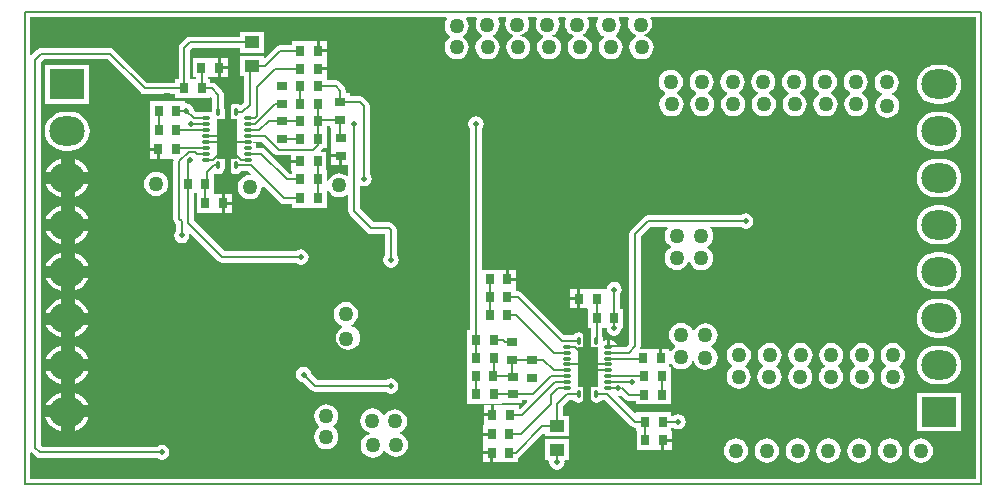
<source format=gbl>
%FSLAX25Y25*%
%MOIN*%
G70*
G01*
G75*
G04 Layer_Physical_Order=2*
G04 Layer_Color=16711680*
%ADD10R,0.10630X0.03937*%
%ADD11R,0.02126X0.03543*%
%ADD12R,0.06299X0.01969*%
%ADD13R,0.07874X0.14410*%
%ADD14R,0.09843X0.14410*%
%ADD15R,0.25590X0.07559*%
%ADD16R,0.03543X0.02126*%
%ADD17R,0.01969X0.06299*%
%ADD18R,0.14410X0.07874*%
%ADD19R,0.14410X0.09843*%
%ADD20R,0.48504X0.15354*%
%ADD21C,0.00800*%
%ADD22R,0.19863X0.06977*%
%ADD23R,0.06180X0.93198*%
%ADD24R,0.45000X0.11900*%
%ADD25R,0.14563X0.09851*%
%ADD26R,0.30545X0.09475*%
%ADD27R,0.84414X0.11700*%
%ADD28R,0.46600X0.09300*%
%ADD29R,0.07500X0.15800*%
%ADD30R,0.07871X0.17200*%
%ADD31C,0.00500*%
%ADD32O,0.11811X0.09843*%
%ADD33R,0.11811X0.09843*%
%ADD34C,0.04000*%
%ADD35C,0.03000*%
%ADD36C,0.02000*%
%ADD37C,0.05000*%
%ADD38R,0.02756X0.03347*%
%ADD39R,0.03347X0.02756*%
%ADD40R,0.05118X0.03937*%
%ADD41O,0.02756X0.01181*%
%ADD42O,0.01181X0.02756*%
%ADD43R,0.07087X0.13386*%
%ADD44R,0.05000X0.94000*%
%ADD45R,0.16800X0.04300*%
%ADD46R,0.02620X0.27359*%
%ADD47R,0.02295X0.26700*%
G36*
X317113Y-155696D02*
X1784D01*
Y-146877D01*
X2246Y-146686D01*
X3730Y-148170D01*
X4359Y-148590D01*
X5100Y-148737D01*
X44099D01*
X44725Y-149155D01*
X45700Y-149349D01*
X46676Y-149155D01*
X47502Y-148602D01*
X48055Y-147775D01*
X48249Y-146800D01*
X48055Y-145825D01*
X47502Y-144998D01*
X46676Y-144445D01*
X45700Y-144251D01*
X44725Y-144445D01*
X44099Y-144863D01*
X5902D01*
X5437Y-144398D01*
Y-16702D01*
X6302Y-15837D01*
X27598D01*
X38630Y-26870D01*
X39259Y-27290D01*
X40000Y-27437D01*
X50248D01*
Y-28673D01*
X56004D01*
X56004Y-28673D01*
Y-28673D01*
X56004D01*
X56154D01*
X56358Y-28673D01*
X56358Y-28673D01*
Y-28673D01*
X61909D01*
Y-28502D01*
X62120Y-28415D01*
X62536Y-28693D01*
Y-31791D01*
X62504Y-31839D01*
X62342Y-32654D01*
Y-33087D01*
X61955Y-33404D01*
X61324Y-33279D01*
X59749D01*
X58933Y-33441D01*
X58885Y-33473D01*
X57113D01*
X56402Y-32762D01*
X56255Y-32024D01*
X55702Y-31198D01*
X54875Y-30645D01*
X53900Y-30451D01*
X53796Y-30472D01*
X53409Y-30154D01*
Y-29827D01*
X47857D01*
X47857Y-29827D01*
Y-29827D01*
X47653Y-29827D01*
X47579D01*
X47504D01*
X47300Y-29827D01*
X47300Y-29827D01*
Y-29827D01*
X41748D01*
Y-36173D01*
Y-42173D01*
X41748Y-42173D01*
X41748D01*
X41748Y-42373D01*
Y-42421D01*
X41642Y-42527D01*
X41642D01*
Y-45200D01*
X44521D01*
Y-45699D01*
X45020D01*
Y-48873D01*
X47398D01*
Y-48873D01*
X47548D01*
X47752Y-48873D01*
X47752Y-48873D01*
Y-48873D01*
X49333D01*
X49650Y-49260D01*
X49563Y-49700D01*
Y-69000D01*
X49710Y-69741D01*
X50130Y-70370D01*
X50363Y-70602D01*
Y-72899D01*
X49945Y-73524D01*
X49751Y-74500D01*
X49945Y-75476D01*
X50498Y-76302D01*
X51324Y-76855D01*
X52300Y-77049D01*
X53276Y-76855D01*
X54102Y-76302D01*
X54655Y-75476D01*
X54849Y-74500D01*
X54766Y-74082D01*
X55207Y-73847D01*
X64430Y-83070D01*
X64430D01*
X64430Y-83070D01*
X64430Y-83070D01*
Y-83070D01*
X65059Y-83490D01*
X65800Y-83637D01*
X90499D01*
X91124Y-84055D01*
X92100Y-84249D01*
X93076Y-84055D01*
X93902Y-83502D01*
X94455Y-82675D01*
X94649Y-81700D01*
X94455Y-80725D01*
X93902Y-79898D01*
X93076Y-79345D01*
X92100Y-79151D01*
X91124Y-79345D01*
X90499Y-79763D01*
X66602D01*
X56263Y-69424D01*
Y-60373D01*
X57204D01*
D01*
X57204D01*
X57342Y-60512D01*
Y-60527D01*
D01*
D01*
Y-60527D01*
X57342D01*
Y-66873D01*
X63098D01*
X63098Y-66873D01*
Y-66873D01*
X63098D01*
X63248D01*
X63452Y-66873D01*
X63452Y-66873D01*
Y-66873D01*
X65626D01*
Y-63701D01*
Y-60527D01*
X63452D01*
X63452Y-60527D01*
Y-60527D01*
X63248Y-60527D01*
X63109Y-60373D01*
D01*
X63109Y-60373D01*
Y-54079D01*
X63550Y-53843D01*
X63657Y-53915D01*
X64473Y-54077D01*
X65289Y-53915D01*
X65980Y-53453D01*
X66443Y-52761D01*
X66605Y-51946D01*
Y-50493D01*
X66926D01*
Y-42301D01*
Y-34107D01*
X66605D01*
Y-32654D01*
X66443Y-31839D01*
X66410Y-31791D01*
Y-27673D01*
X66263Y-26932D01*
X65843Y-26303D01*
X63670Y-24130D01*
X63041Y-23710D01*
X62300Y-23563D01*
X61909D01*
Y-22327D01*
X60969D01*
Y-21773D01*
X61798D01*
Y-21773D01*
X61948D01*
X62152Y-21773D01*
X62152Y-21773D01*
Y-21773D01*
X64326D01*
Y-18601D01*
Y-15427D01*
X62152D01*
X62152Y-15427D01*
Y-15427D01*
X61948Y-15427D01*
X61873D01*
X61798D01*
X61594Y-15427D01*
X61594Y-15427D01*
Y-15427D01*
X56042D01*
Y-21773D01*
X57094D01*
Y-22327D01*
X56358D01*
X56358Y-22327D01*
Y-22327D01*
X56154Y-22327D01*
X56079D01*
X56004D01*
X55800Y-22327D01*
X55800Y-22327D01*
Y-22327D01*
X55137D01*
Y-12802D01*
X55876Y-12063D01*
X71667D01*
Y-13595D01*
X79785D01*
Y-6657D01*
X71667D01*
Y-8189D01*
X55074D01*
X54333Y-8336D01*
X53704Y-8756D01*
X51830Y-10630D01*
X51410Y-11259D01*
X51263Y-12000D01*
Y-22327D01*
X50248D01*
Y-23563D01*
X40802D01*
X29770Y-12530D01*
X29141Y-12110D01*
X28400Y-11963D01*
X5500D01*
X4759Y-12110D01*
X4130Y-12530D01*
X2246Y-14414D01*
X1784Y-14223D01*
Y-1784D01*
X140553D01*
X140775Y-2233D01*
X140506Y-2583D01*
X140103Y-3556D01*
X139965Y-4600D01*
X140103Y-5644D01*
X140506Y-6617D01*
X141147Y-7453D01*
X141795Y-7950D01*
Y-8450D01*
X141147Y-8947D01*
X140506Y-9783D01*
X140103Y-10756D01*
X139965Y-11800D01*
X140103Y-12844D01*
X140506Y-13817D01*
X141147Y-14653D01*
X141983Y-15294D01*
X142956Y-15697D01*
X144000Y-15834D01*
X145044Y-15697D01*
X146017Y-15294D01*
X146853Y-14653D01*
X147494Y-13817D01*
X147897Y-12844D01*
X148035Y-11800D01*
X147897Y-10756D01*
X147494Y-9783D01*
X146853Y-8947D01*
X146017Y-8306D01*
X146017Y-8306D01*
Y-8094D01*
X146853Y-7453D01*
X147494Y-6617D01*
X147897Y-5644D01*
X148035Y-4600D01*
X147897Y-3556D01*
X147494Y-2583D01*
X147225Y-2233D01*
X147447Y-1784D01*
X150480D01*
X150757Y-2200D01*
X150403Y-3056D01*
X150266Y-4100D01*
X150403Y-5144D01*
X150806Y-6117D01*
X151447Y-6953D01*
X152283Y-7594D01*
X152522Y-7693D01*
Y-8193D01*
X152249Y-8306D01*
X151414Y-8947D01*
X150773Y-9783D01*
X150370Y-10756D01*
X150232Y-11800D01*
X150370Y-12844D01*
X150773Y-13817D01*
X151414Y-14653D01*
X152249Y-15294D01*
X153223Y-15697D01*
X154267Y-15834D01*
X155311Y-15697D01*
X156284Y-15294D01*
X157120Y-14653D01*
X157761Y-13817D01*
X158164Y-12844D01*
X158301Y-11800D01*
X158164Y-10756D01*
X157761Y-9783D01*
X157120Y-8947D01*
X156284Y-8306D01*
X156045Y-8207D01*
Y-7707D01*
X156317Y-7594D01*
X157153Y-6953D01*
X157794Y-6117D01*
X158197Y-5144D01*
X158335Y-4100D01*
X158197Y-3056D01*
X157794Y-2083D01*
X157941Y-1784D01*
X160297D01*
X160575Y-2200D01*
X160303Y-2856D01*
X160166Y-3900D01*
X160303Y-4944D01*
X160706Y-5917D01*
X161347Y-6753D01*
X162183Y-7394D01*
X162847Y-7669D01*
Y-8169D01*
X162516Y-8306D01*
X161680Y-8947D01*
X161039Y-9783D01*
X160636Y-10756D01*
X160499Y-11800D01*
X160636Y-12844D01*
X161039Y-13817D01*
X161680Y-14653D01*
X162516Y-15294D01*
X163489Y-15697D01*
X164533Y-15834D01*
X165578Y-15697D01*
X166551Y-15294D01*
X167386Y-14653D01*
X168027Y-13817D01*
X168430Y-12844D01*
X168568Y-11800D01*
X168430Y-10756D01*
X168027Y-9783D01*
X167386Y-8947D01*
X166551Y-8306D01*
X165578Y-7903D01*
X165271Y-7863D01*
X165244Y-7797D01*
X166217Y-7394D01*
D01*
X166217D01*
X166217Y-7394D01*
X167053Y-6753D01*
X167694Y-5917D01*
X168097Y-4944D01*
X168235Y-3900D01*
X168097Y-2856D01*
X167694Y-1883D01*
X167743Y-1784D01*
X170480D01*
X170757Y-2200D01*
X170403Y-3056D01*
X170265Y-4100D01*
X170403Y-5144D01*
X170806Y-6117D01*
X171447Y-6953D01*
X172283Y-7594D01*
X172789Y-7804D01*
Y-8304D01*
X172783Y-8306D01*
X171947Y-8947D01*
X171306Y-9783D01*
X170903Y-10756D01*
X170765Y-11800D01*
X170903Y-12844D01*
X171306Y-13817D01*
X171947Y-14653D01*
X172783Y-15294D01*
X173756Y-15697D01*
X174800Y-15834D01*
X175844Y-15697D01*
X176817Y-15294D01*
X177653Y-14653D01*
X178294Y-13817D01*
X178697Y-12844D01*
X178834Y-11800D01*
X178697Y-10756D01*
X178294Y-9783D01*
X177653Y-8947D01*
X176817Y-8306D01*
X175844Y-7903D01*
X175830Y-7796D01*
X176317Y-7594D01*
X177153Y-6953D01*
X177794Y-6117D01*
X178197Y-5144D01*
X178334Y-4100D01*
X178197Y-3056D01*
X177794Y-2083D01*
X177941Y-1784D01*
X180238D01*
X180516Y-2200D01*
X180203Y-2956D01*
X180066Y-4000D01*
X180203Y-5044D01*
X180606Y-6017D01*
X181247Y-6853D01*
X182083Y-7494D01*
X182844Y-7809D01*
X182971Y-8118D01*
X183001Y-8343D01*
X182214Y-8947D01*
X181573Y-9783D01*
X181170Y-10756D01*
X181032Y-11800D01*
X181170Y-12844D01*
X181573Y-13817D01*
X182214Y-14653D01*
X183049Y-15294D01*
X184022Y-15697D01*
X185067Y-15834D01*
X186111Y-15697D01*
X187084Y-15294D01*
X187919Y-14653D01*
X188561Y-13817D01*
X188964Y-12844D01*
X189101Y-11800D01*
X188964Y-10756D01*
X188561Y-9783D01*
X187919Y-8947D01*
X187084Y-8306D01*
X186111Y-7903D01*
X186060Y-7518D01*
X186117Y-7494D01*
X186953Y-6853D01*
X187594Y-6017D01*
X187997Y-5044D01*
X188135Y-4000D01*
X187997Y-2956D01*
X187594Y-1983D01*
X187692Y-1784D01*
X191000D01*
X191221Y-2233D01*
X191106Y-2383D01*
X190703Y-3356D01*
X190566Y-4400D01*
X190703Y-5444D01*
X191106Y-6417D01*
X191747Y-7253D01*
X192583Y-7894D01*
X192946Y-8044D01*
X193011Y-8540D01*
X192481Y-8947D01*
X191839Y-9783D01*
X191436Y-10756D01*
X191299Y-11800D01*
X191436Y-12844D01*
X191839Y-13817D01*
X192481Y-14653D01*
X193316Y-15294D01*
X194289Y-15697D01*
X195333Y-15834D01*
X196378Y-15697D01*
X197351Y-15294D01*
X198186Y-14653D01*
X198827Y-13817D01*
X199230Y-12844D01*
X199368Y-11800D01*
X199230Y-10756D01*
X198827Y-9783D01*
X198186Y-8947D01*
X197351Y-8306D01*
X196617Y-8002D01*
Y-7894D01*
X197453Y-7253D01*
X198094Y-6417D01*
X198497Y-5444D01*
X198635Y-4400D01*
X198497Y-3356D01*
X198094Y-2383D01*
X197979Y-2233D01*
X198200Y-1784D01*
X201197D01*
X201475Y-2200D01*
X201203Y-2856D01*
X201065Y-3900D01*
X201203Y-4944D01*
X201606Y-5917D01*
X202247Y-6753D01*
X203083Y-7394D01*
X203830Y-7704D01*
Y-8204D01*
X203583Y-8306D01*
X202747Y-8947D01*
X202106Y-9783D01*
X201703Y-10756D01*
X201566Y-11800D01*
X201703Y-12844D01*
X202106Y-13817D01*
X202747Y-14653D01*
X203583Y-15294D01*
X204556Y-15697D01*
X205600Y-15834D01*
X206644Y-15697D01*
X207617Y-15294D01*
X208453Y-14653D01*
X209094Y-13817D01*
X209497Y-12844D01*
X209634Y-11800D01*
X209497Y-10756D01*
X209094Y-9783D01*
X208453Y-8947D01*
X207617Y-8306D01*
X206644Y-7903D01*
X206162Y-7839D01*
X206144Y-7797D01*
X207117Y-7394D01*
D01*
X207117D01*
X207117Y-7394D01*
X207953Y-6753D01*
X208594Y-5917D01*
X208997Y-4944D01*
X209135Y-3900D01*
X208997Y-2856D01*
X208594Y-1883D01*
X208643Y-1784D01*
X317113D01*
Y-155696D01*
D02*
G37*
%LPC*%
G36*
X13673Y-118217D02*
X6786D01*
X6861Y-118976D01*
X7228Y-120186D01*
X7824Y-121301D01*
X8626Y-122279D01*
X9604Y-123082D01*
X10720Y-123678D01*
X11930Y-124045D01*
X13189Y-124169D01*
X13673D01*
Y-118217D01*
D02*
G37*
G36*
X289400Y-110365D02*
X288356Y-110503D01*
X287383Y-110906D01*
X286547Y-111547D01*
X285906Y-112383D01*
X285503Y-113356D01*
X285366Y-114400D01*
X285503Y-115444D01*
X285906Y-116417D01*
X286547Y-117253D01*
X287107Y-117683D01*
X287145Y-117774D01*
Y-118212D01*
X286447Y-118747D01*
X285806Y-119583D01*
X285403Y-120556D01*
X285265Y-121600D01*
X285403Y-122644D01*
X285806Y-123617D01*
X286447Y-124453D01*
X287283Y-125094D01*
X288256Y-125497D01*
X289300Y-125635D01*
X290344Y-125497D01*
X291317Y-125094D01*
X292153Y-124453D01*
X292794Y-123617D01*
X293197Y-122644D01*
X293335Y-121600D01*
X293197Y-120556D01*
X292794Y-119583D01*
X292153Y-118747D01*
X291317Y-118106D01*
Y-117935D01*
X291417Y-117894D01*
X292253Y-117253D01*
X292894Y-116417D01*
X293297Y-115444D01*
X293435Y-114400D01*
X293297Y-113356D01*
X292894Y-112383D01*
X292253Y-111547D01*
X291417Y-110906D01*
X290444Y-110503D01*
X289400Y-110365D01*
D02*
G37*
G36*
X21561Y-118217D02*
X14673D01*
Y-124169D01*
X15157D01*
X16416Y-124045D01*
X17627Y-123678D01*
X18742Y-123082D01*
X19720Y-122279D01*
X20522Y-121301D01*
X21119Y-120186D01*
X21486Y-118976D01*
X21561Y-118217D01*
D02*
G37*
G36*
X13673Y-111265D02*
X13189D01*
X11930Y-111389D01*
X10720Y-111756D01*
X9604Y-112352D01*
X8626Y-113154D01*
X7824Y-114132D01*
X7228Y-115248D01*
X6861Y-116458D01*
X6786Y-117217D01*
X13673D01*
Y-111265D01*
D02*
G37*
G36*
X305709Y-111264D02*
X303740D01*
X302481Y-111388D01*
X301271Y-111755D01*
X300155Y-112352D01*
X299178Y-113154D01*
X298375Y-114132D01*
X297779Y-115247D01*
X297412Y-116458D01*
X297288Y-117717D01*
X297412Y-118975D01*
X297779Y-120186D01*
X298375Y-121301D01*
X299178Y-122279D01*
X300155Y-123081D01*
X301271Y-123678D01*
X302481Y-124045D01*
X303740Y-124169D01*
X305709D01*
X306967Y-124045D01*
X308178Y-123678D01*
X309293Y-123081D01*
X310271Y-122279D01*
X311074Y-121301D01*
X311670Y-120186D01*
X312037Y-118975D01*
X312161Y-117717D01*
X312037Y-116458D01*
X311670Y-115247D01*
X311074Y-114132D01*
X310271Y-113154D01*
X309293Y-112352D01*
X308178Y-111755D01*
X306967Y-111388D01*
X305709Y-111264D01*
D02*
G37*
G36*
X248333Y-110365D02*
X247289Y-110503D01*
X246316Y-110906D01*
X245480Y-111547D01*
X244839Y-112383D01*
X244436Y-113356D01*
X244299Y-114400D01*
X244436Y-115444D01*
X244839Y-116417D01*
X245480Y-117253D01*
X246041Y-117683D01*
X246078Y-117774D01*
Y-118212D01*
X245380Y-118747D01*
X244739Y-119583D01*
X244336Y-120556D01*
X244199Y-121600D01*
X244336Y-122644D01*
X244739Y-123617D01*
X245380Y-124453D01*
X246216Y-125094D01*
X247189Y-125497D01*
X248233Y-125635D01*
X249278Y-125497D01*
X250251Y-125094D01*
X251086Y-124453D01*
X251727Y-123617D01*
X252130Y-122644D01*
X252268Y-121600D01*
X252130Y-120556D01*
X251727Y-119583D01*
X251086Y-118747D01*
X250251Y-118106D01*
Y-117935D01*
X250351Y-117894D01*
X251186Y-117253D01*
X251827Y-116417D01*
X252230Y-115444D01*
X252368Y-114400D01*
X252230Y-113356D01*
X251827Y-112383D01*
X251186Y-111547D01*
X250351Y-110906D01*
X249378Y-110503D01*
X248333Y-110365D01*
D02*
G37*
G36*
X238067D02*
X237022Y-110503D01*
X236049Y-110906D01*
X235214Y-111547D01*
X234573Y-112383D01*
X234170Y-113356D01*
X234032Y-114400D01*
X234170Y-115444D01*
X234573Y-116417D01*
X235214Y-117253D01*
X235774Y-117683D01*
X235812Y-117774D01*
Y-118212D01*
X235114Y-118747D01*
X234473Y-119583D01*
X234070Y-120556D01*
X233932Y-121600D01*
X234070Y-122644D01*
X234473Y-123617D01*
X235114Y-124453D01*
X235949Y-125094D01*
X236923Y-125497D01*
X237967Y-125635D01*
X239011Y-125497D01*
X239984Y-125094D01*
X240820Y-124453D01*
X241461Y-123617D01*
X241864Y-122644D01*
X242001Y-121600D01*
X241864Y-120556D01*
X241461Y-119583D01*
X240820Y-118747D01*
X239984Y-118106D01*
Y-117935D01*
X240084Y-117894D01*
X240919Y-117253D01*
X241561Y-116417D01*
X241964Y-115444D01*
X242101Y-114400D01*
X241964Y-113356D01*
X241561Y-112383D01*
X240919Y-111547D01*
X240084Y-110906D01*
X239111Y-110503D01*
X238067Y-110365D01*
D02*
G37*
G36*
X258600D02*
X257556Y-110503D01*
X256583Y-110906D01*
X255747Y-111547D01*
X255106Y-112383D01*
X254703Y-113356D01*
X254566Y-114400D01*
X254703Y-115444D01*
X255106Y-116417D01*
X255747Y-117253D01*
X256307Y-117683D01*
X256345Y-117774D01*
Y-118212D01*
X255647Y-118747D01*
X255006Y-119583D01*
X254603Y-120556D01*
X254466Y-121600D01*
X254603Y-122644D01*
X255006Y-123617D01*
X255647Y-124453D01*
X256483Y-125094D01*
X257456Y-125497D01*
X258500Y-125635D01*
X259544Y-125497D01*
X260517Y-125094D01*
X261353Y-124453D01*
X261994Y-123617D01*
X262397Y-122644D01*
X262534Y-121600D01*
X262397Y-120556D01*
X261994Y-119583D01*
X261353Y-118747D01*
X260517Y-118106D01*
Y-117935D01*
X260617Y-117894D01*
X261453Y-117253D01*
X262094Y-116417D01*
X262497Y-115444D01*
X262634Y-114400D01*
X262497Y-113356D01*
X262094Y-112383D01*
X261453Y-111547D01*
X260617Y-110906D01*
X259644Y-110503D01*
X258600Y-110365D01*
D02*
G37*
G36*
X279133D02*
X278089Y-110503D01*
X277116Y-110906D01*
X276280Y-111547D01*
X275639Y-112383D01*
X275236Y-113356D01*
X275099Y-114400D01*
X275236Y-115444D01*
X275639Y-116417D01*
X276280Y-117253D01*
X276841Y-117683D01*
X276878Y-117774D01*
Y-118212D01*
X276181Y-118747D01*
X275539Y-119583D01*
X275136Y-120556D01*
X274999Y-121600D01*
X275136Y-122644D01*
X275539Y-123617D01*
X276181Y-124453D01*
X277016Y-125094D01*
X277989Y-125497D01*
X279033Y-125635D01*
X280078Y-125497D01*
X281051Y-125094D01*
X281886Y-124453D01*
X282527Y-123617D01*
X282930Y-122644D01*
X283068Y-121600D01*
X282930Y-120556D01*
X282527Y-119583D01*
X281886Y-118747D01*
X281051Y-118106D01*
Y-117935D01*
X281151Y-117894D01*
X281986Y-117253D01*
X282627Y-116417D01*
X283030Y-115444D01*
X283168Y-114400D01*
X283030Y-113356D01*
X282627Y-112383D01*
X281986Y-111547D01*
X281151Y-110906D01*
X280178Y-110503D01*
X279133Y-110365D01*
D02*
G37*
G36*
X268867D02*
X267823Y-110503D01*
X266849Y-110906D01*
X266014Y-111547D01*
X265373Y-112383D01*
X264970Y-113356D01*
X264832Y-114400D01*
X264970Y-115444D01*
X265373Y-116417D01*
X266014Y-117253D01*
X266574Y-117683D01*
X266612Y-117774D01*
Y-118212D01*
X265914Y-118747D01*
X265273Y-119583D01*
X264870Y-120556D01*
X264732Y-121600D01*
X264870Y-122644D01*
X265273Y-123617D01*
X265914Y-124453D01*
X266749Y-125094D01*
X267723Y-125497D01*
X268767Y-125635D01*
X269811Y-125497D01*
X270784Y-125094D01*
X271620Y-124453D01*
X272261Y-123617D01*
X272664Y-122644D01*
X272801Y-121600D01*
X272664Y-120556D01*
X272261Y-119583D01*
X271620Y-118747D01*
X270784Y-118106D01*
Y-117935D01*
X270884Y-117894D01*
X271720Y-117253D01*
X272361Y-116417D01*
X272764Y-115444D01*
X272901Y-114400D01*
X272764Y-113356D01*
X272361Y-112383D01*
X271720Y-111547D01*
X270884Y-110906D01*
X269911Y-110503D01*
X268867Y-110365D01*
D02*
G37*
G36*
X13673Y-95674D02*
X13189D01*
X11930Y-95798D01*
X10720Y-96165D01*
X9604Y-96761D01*
X8626Y-97564D01*
X7824Y-98541D01*
X7228Y-99657D01*
X6861Y-100867D01*
X6786Y-101626D01*
X13673D01*
Y-95674D01*
D02*
G37*
G36*
X305709Y-95674D02*
X303740D01*
X302481Y-95797D01*
X301271Y-96165D01*
X300155Y-96761D01*
X299178Y-97563D01*
X298375Y-98541D01*
X297779Y-99657D01*
X297412Y-100867D01*
X297288Y-102126D01*
X297412Y-103385D01*
X297779Y-104595D01*
X298375Y-105711D01*
X299178Y-106688D01*
X300155Y-107491D01*
X301271Y-108087D01*
X302481Y-108454D01*
X303740Y-108578D01*
X305709D01*
X306967Y-108454D01*
X308178Y-108087D01*
X309293Y-107491D01*
X310271Y-106688D01*
X311074Y-105711D01*
X311670Y-104595D01*
X312037Y-103385D01*
X312161Y-102126D01*
X312037Y-100867D01*
X311670Y-99657D01*
X311074Y-98541D01*
X310271Y-97563D01*
X309293Y-96761D01*
X308178Y-96165D01*
X306967Y-95797D01*
X305709Y-95674D01*
D02*
G37*
G36*
X15157Y-95674D02*
X14673D01*
Y-101626D01*
X21561D01*
X21486Y-100867D01*
X21119Y-99657D01*
X20522Y-98541D01*
X19720Y-97564D01*
X18742Y-96761D01*
X17627Y-96165D01*
X16416Y-95798D01*
X15157Y-95674D01*
D02*
G37*
G36*
X184226Y-92421D02*
X181848D01*
Y-95094D01*
X184226D01*
Y-92421D01*
D02*
G37*
G36*
Y-96094D02*
X181848D01*
Y-98767D01*
X184226D01*
Y-96094D01*
D02*
G37*
G36*
X107053Y-96682D02*
X106009Y-96820D01*
X105036Y-97223D01*
X104201Y-97864D01*
X103560Y-98699D01*
X103156Y-99672D01*
X103019Y-100716D01*
X103156Y-101761D01*
X103560Y-102734D01*
X104201Y-103569D01*
X105036Y-104210D01*
X105887Y-104563D01*
Y-105063D01*
X105783Y-105106D01*
X104947Y-105747D01*
X104306Y-106583D01*
X103903Y-107556D01*
X103765Y-108600D01*
X103903Y-109644D01*
X104306Y-110617D01*
X104947Y-111453D01*
X105783Y-112094D01*
X106756Y-112497D01*
X107800Y-112635D01*
X108844Y-112497D01*
X109817Y-112094D01*
X110653Y-111453D01*
X111294Y-110617D01*
X111697Y-109644D01*
X111835Y-108600D01*
X111697Y-107556D01*
X111294Y-106583D01*
X110653Y-105747D01*
X109817Y-105106D01*
X108844Y-104703D01*
X108794Y-104325D01*
X109071Y-104210D01*
X109906Y-103569D01*
X110547Y-102734D01*
X110951Y-101761D01*
X111088Y-100716D01*
X110951Y-99672D01*
X110547Y-98699D01*
X109906Y-97864D01*
X109071Y-97223D01*
X108098Y-96820D01*
X107053Y-96682D01*
D02*
G37*
G36*
X15157Y-111265D02*
X14673D01*
Y-117217D01*
X21561D01*
X21486Y-116458D01*
X21119Y-115248D01*
X20522Y-114132D01*
X19720Y-113154D01*
X18742Y-112352D01*
X17627Y-111756D01*
X16416Y-111389D01*
X15157Y-111265D01*
D02*
G37*
G36*
X195303Y-109472D02*
X195016D01*
Y-111104D01*
X197335D01*
X197272Y-110788D01*
X196810Y-110097D01*
X196119Y-109635D01*
X195303Y-109472D01*
D02*
G37*
G36*
X21561Y-102626D02*
X14673D01*
Y-108579D01*
X15157D01*
X16416Y-108455D01*
X17627Y-108087D01*
X18742Y-107491D01*
X19720Y-106689D01*
X20522Y-105711D01*
X21119Y-104595D01*
X21486Y-103385D01*
X21561Y-102626D01*
D02*
G37*
G36*
X13673D02*
X6786D01*
X6861Y-103385D01*
X7228Y-104595D01*
X7824Y-105711D01*
X8626Y-106689D01*
X9604Y-107491D01*
X10720Y-108087D01*
X11930Y-108455D01*
X13189Y-108579D01*
X13673D01*
Y-102626D01*
D02*
G37*
G36*
X288433Y-142166D02*
X287389Y-142303D01*
X286416Y-142706D01*
X285580Y-143347D01*
X284939Y-144183D01*
X284536Y-145156D01*
X284399Y-146200D01*
X284536Y-147244D01*
X284939Y-148217D01*
X285580Y-149053D01*
X286416Y-149694D01*
X287389Y-150097D01*
X288433Y-150234D01*
X289478Y-150097D01*
X290451Y-149694D01*
X291286Y-149053D01*
X291927Y-148217D01*
X292330Y-147244D01*
X292468Y-146200D01*
X292330Y-145156D01*
X291927Y-144183D01*
X291286Y-143347D01*
X290451Y-142706D01*
X289478Y-142303D01*
X288433Y-142166D01*
D02*
G37*
G36*
X278167D02*
X277122Y-142303D01*
X276149Y-142706D01*
X275314Y-143347D01*
X274673Y-144183D01*
X274270Y-145156D01*
X274132Y-146200D01*
X274270Y-147244D01*
X274673Y-148217D01*
X275314Y-149053D01*
X276149Y-149694D01*
X277122Y-150097D01*
X278167Y-150234D01*
X279211Y-150097D01*
X280184Y-149694D01*
X281019Y-149053D01*
X281661Y-148217D01*
X282064Y-147244D01*
X282201Y-146200D01*
X282064Y-145156D01*
X281661Y-144183D01*
X281019Y-143347D01*
X280184Y-142706D01*
X279211Y-142303D01*
X278167Y-142166D01*
D02*
G37*
G36*
X298700D02*
X297656Y-142303D01*
X296683Y-142706D01*
X295847Y-143347D01*
X295206Y-144183D01*
X294803Y-145156D01*
X294666Y-146200D01*
X294803Y-147244D01*
X295206Y-148217D01*
X295847Y-149053D01*
X296683Y-149694D01*
X297656Y-150097D01*
X298700Y-150234D01*
X299744Y-150097D01*
X300717Y-149694D01*
X301553Y-149053D01*
X302194Y-148217D01*
X302597Y-147244D01*
X302734Y-146200D01*
X302597Y-145156D01*
X302194Y-144183D01*
X301553Y-143347D01*
X300717Y-142706D01*
X299744Y-142303D01*
X298700Y-142166D01*
D02*
G37*
G36*
X115900Y-132166D02*
X114856Y-132303D01*
X113883Y-132706D01*
X113047Y-133347D01*
X112406Y-134183D01*
X112003Y-135156D01*
X111865Y-136200D01*
X112003Y-137244D01*
X112406Y-138217D01*
X113047Y-139053D01*
X113883Y-139694D01*
X114856Y-140097D01*
X114890Y-140102D01*
X114956Y-140603D01*
X113983Y-141006D01*
X113147Y-141647D01*
X112506Y-142483D01*
X112103Y-143456D01*
X111966Y-144500D01*
X112103Y-145544D01*
X112506Y-146517D01*
X113147Y-147353D01*
X113983Y-147994D01*
X114956Y-148397D01*
X116000Y-148535D01*
X117044Y-148397D01*
X118017Y-147994D01*
X118853Y-147353D01*
X119494Y-146517D01*
X119662Y-146111D01*
X120162D01*
X120206Y-146217D01*
X120847Y-147053D01*
X121683Y-147694D01*
X122656Y-148097D01*
X123700Y-148234D01*
X124744Y-148097D01*
X125717Y-147694D01*
X126553Y-147053D01*
X127194Y-146217D01*
X127597Y-145244D01*
X127734Y-144200D01*
X127597Y-143156D01*
X127194Y-142183D01*
X126553Y-141347D01*
X125717Y-140706D01*
X124744Y-140303D01*
X124741Y-140274D01*
X125417Y-139994D01*
X126253Y-139353D01*
X126894Y-138517D01*
X127297Y-137544D01*
X127435Y-136500D01*
X127297Y-135456D01*
X126894Y-134483D01*
X126253Y-133647D01*
X125417Y-133006D01*
X124444Y-132603D01*
X123400Y-132466D01*
X122356Y-132603D01*
X121383Y-133006D01*
X120547Y-133647D01*
X119959Y-134414D01*
X119463Y-134349D01*
X119394Y-134183D01*
X118753Y-133347D01*
X117917Y-132706D01*
X116944Y-132303D01*
X115900Y-132166D01*
D02*
G37*
G36*
X155126Y-147394D02*
X152748D01*
Y-150067D01*
X155126D01*
Y-147394D01*
D02*
G37*
G36*
X237100Y-142166D02*
X236056Y-142303D01*
X235083Y-142706D01*
X234247Y-143347D01*
X233606Y-144183D01*
X233203Y-145156D01*
X233066Y-146200D01*
X233203Y-147244D01*
X233606Y-148217D01*
X234247Y-149053D01*
X235083Y-149694D01*
X236056Y-150097D01*
X237100Y-150234D01*
X238144Y-150097D01*
X239117Y-149694D01*
X239953Y-149053D01*
X240594Y-148217D01*
X240997Y-147244D01*
X241135Y-146200D01*
X240997Y-145156D01*
X240594Y-144183D01*
X239953Y-143347D01*
X239117Y-142706D01*
X238144Y-142303D01*
X237100Y-142166D01*
D02*
G37*
G36*
X181385Y-142399D02*
X173267D01*
Y-149336D01*
X174589D01*
X174906Y-149723D01*
X174851Y-150000D01*
X175045Y-150976D01*
X175598Y-151802D01*
X176425Y-152355D01*
X177400Y-152549D01*
X178375Y-152355D01*
X179202Y-151802D01*
X179755Y-150976D01*
X179949Y-150000D01*
X179894Y-149723D01*
X180211Y-149336D01*
X181385D01*
Y-142399D01*
D02*
G37*
G36*
X247367Y-142166D02*
X246322Y-142303D01*
X245349Y-142706D01*
X244514Y-143347D01*
X243873Y-144183D01*
X243470Y-145156D01*
X243332Y-146200D01*
X243470Y-147244D01*
X243873Y-148217D01*
X244514Y-149053D01*
X245349Y-149694D01*
X246322Y-150097D01*
X247367Y-150234D01*
X248411Y-150097D01*
X249384Y-149694D01*
X250219Y-149053D01*
X250861Y-148217D01*
X251264Y-147244D01*
X251401Y-146200D01*
X251264Y-145156D01*
X250861Y-144183D01*
X250219Y-143347D01*
X249384Y-142706D01*
X248411Y-142303D01*
X247367Y-142166D01*
D02*
G37*
G36*
X267900D02*
X266856Y-142303D01*
X265883Y-142706D01*
X265047Y-143347D01*
X264406Y-144183D01*
X264003Y-145156D01*
X263865Y-146200D01*
X264003Y-147244D01*
X264406Y-148217D01*
X265047Y-149053D01*
X265883Y-149694D01*
X266856Y-150097D01*
X267900Y-150234D01*
X268944Y-150097D01*
X269917Y-149694D01*
X270753Y-149053D01*
X271394Y-148217D01*
X271797Y-147244D01*
X271935Y-146200D01*
X271797Y-145156D01*
X271394Y-144183D01*
X270753Y-143347D01*
X269917Y-142706D01*
X268944Y-142303D01*
X267900Y-142166D01*
D02*
G37*
G36*
X257633D02*
X256589Y-142303D01*
X255616Y-142706D01*
X254781Y-143347D01*
X254139Y-144183D01*
X253736Y-145156D01*
X253599Y-146200D01*
X253736Y-147244D01*
X254139Y-148217D01*
X254781Y-149053D01*
X255616Y-149694D01*
X256589Y-150097D01*
X257633Y-150234D01*
X258678Y-150097D01*
X259651Y-149694D01*
X260486Y-149053D01*
X261127Y-148217D01*
X261530Y-147244D01*
X261668Y-146200D01*
X261530Y-145156D01*
X261127Y-144183D01*
X260486Y-143347D01*
X259651Y-142706D01*
X258678Y-142303D01*
X257633Y-142166D01*
D02*
G37*
G36*
X13673Y-126855D02*
X13189D01*
X11930Y-126979D01*
X10720Y-127346D01*
X9604Y-127943D01*
X8626Y-128745D01*
X7824Y-129723D01*
X7228Y-130838D01*
X6861Y-132049D01*
X6786Y-132807D01*
X13673D01*
Y-126855D01*
D02*
G37*
G36*
X155321Y-131121D02*
X152943D01*
Y-133794D01*
X155321D01*
Y-131121D01*
D02*
G37*
G36*
X15157Y-126855D02*
X14673D01*
Y-132807D01*
X21561D01*
X21486Y-132049D01*
X21119Y-130838D01*
X20522Y-129723D01*
X19720Y-128745D01*
X18742Y-127943D01*
X17627Y-127346D01*
X16416Y-126979D01*
X15157Y-126855D01*
D02*
G37*
G36*
X92950Y-118301D02*
X91975Y-118495D01*
X91148Y-119048D01*
X90595Y-119875D01*
X90401Y-120850D01*
X90595Y-121826D01*
X91148Y-122652D01*
X91975Y-123205D01*
X92712Y-123352D01*
X95430Y-126070D01*
X96059Y-126490D01*
X96800Y-126637D01*
X120399D01*
X121025Y-127055D01*
X122000Y-127249D01*
X122976Y-127055D01*
X123802Y-126502D01*
X124355Y-125675D01*
X124549Y-124700D01*
X124355Y-123724D01*
X123802Y-122898D01*
X122976Y-122345D01*
X122000Y-122151D01*
X121025Y-122345D01*
X120399Y-122763D01*
X97602D01*
X95452Y-120612D01*
X95305Y-119875D01*
X94752Y-119048D01*
X93925Y-118495D01*
X92950Y-118301D01*
D02*
G37*
G36*
X150400Y-34751D02*
X149425Y-34945D01*
X148598Y-35498D01*
X148045Y-36325D01*
X147851Y-37300D01*
X148045Y-38276D01*
X148463Y-38901D01*
Y-106127D01*
X147522D01*
Y-112473D01*
Y-118020D01*
X147442D01*
Y-124367D01*
X147517D01*
Y-130573D01*
X153272D01*
Y-130573D01*
X153422D01*
X153626Y-130573D01*
X153626Y-130573D01*
Y-130573D01*
X159178D01*
Y-130372D01*
X159453D01*
Y-130372D01*
X165799D01*
Y-129431D01*
X167376D01*
X167568Y-129893D01*
X165104Y-132357D01*
X164604D01*
Y-131121D01*
X159052D01*
X159052Y-131121D01*
Y-131121D01*
X158848Y-131121D01*
X158773D01*
X158698D01*
X158494Y-131121D01*
X158494Y-131121D01*
Y-131121D01*
X156321D01*
Y-134295D01*
X155822D01*
Y-134794D01*
X152943D01*
Y-137167D01*
X152943Y-137167D01*
X152943D01*
X152943Y-137467D01*
X152889Y-137521D01*
X152748D01*
Y-140194D01*
X155627D01*
Y-141194D01*
X152748D01*
Y-143867D01*
Y-146394D01*
X155627D01*
Y-146893D01*
X156126D01*
Y-150067D01*
X158504D01*
Y-150067D01*
X158653D01*
X158858Y-150067D01*
X158858Y-150067D01*
Y-150067D01*
X164409D01*
Y-148642D01*
X164976Y-148264D01*
X172805Y-140435D01*
X173267Y-140626D01*
Y-141462D01*
X181385D01*
Y-134525D01*
X179263D01*
Y-131476D01*
X181450Y-129289D01*
X182927D01*
X183166Y-129647D01*
X183858Y-130109D01*
X184673Y-130271D01*
X185489Y-130109D01*
X186180Y-129647D01*
X186643Y-128955D01*
X186805Y-128139D01*
Y-126687D01*
X187126D01*
Y-118495D01*
Y-110301D01*
X186805D01*
Y-108848D01*
X186643Y-108032D01*
X186180Y-107341D01*
X185489Y-106879D01*
X184673Y-106717D01*
X183858Y-106879D01*
X183166Y-107341D01*
X182927Y-107698D01*
X179838D01*
X165763Y-93624D01*
X165135Y-93204D01*
X164394Y-93056D01*
X163804D01*
Y-91821D01*
X163784D01*
Y-89600D01*
X160905D01*
Y-89101D01*
X160406D01*
Y-85927D01*
X158231D01*
X158231Y-85927D01*
Y-85927D01*
X158028Y-85927D01*
X157953D01*
X157878D01*
X157674Y-85927D01*
X157674Y-85927D01*
Y-85927D01*
X152337D01*
Y-38901D01*
X152755Y-38276D01*
X152949Y-37300D01*
X152755Y-36325D01*
X152202Y-35498D01*
X151375Y-34945D01*
X150400Y-34751D01*
D02*
G37*
G36*
X100500Y-130765D02*
X99456Y-130903D01*
X98483Y-131306D01*
X97647Y-131947D01*
X97006Y-132783D01*
X96603Y-133756D01*
X96465Y-134800D01*
X96603Y-135844D01*
X97006Y-136817D01*
X97647Y-137653D01*
X98100Y-138000D01*
Y-138500D01*
X97647Y-138847D01*
X97006Y-139683D01*
X96603Y-140656D01*
X96465Y-141700D01*
X96603Y-142744D01*
X97006Y-143717D01*
X97647Y-144553D01*
X98483Y-145194D01*
X99456Y-145597D01*
X100500Y-145735D01*
X101544Y-145597D01*
X102517Y-145194D01*
X103353Y-144553D01*
X103994Y-143717D01*
X104397Y-142744D01*
X104534Y-141700D01*
X104397Y-140656D01*
X103994Y-139683D01*
X103353Y-138847D01*
X102900Y-138500D01*
Y-138000D01*
X103353Y-137653D01*
X103994Y-136817D01*
X104397Y-135844D01*
X104534Y-134800D01*
X104397Y-133756D01*
X103994Y-132783D01*
X103353Y-131947D01*
X102517Y-131306D01*
X101544Y-130903D01*
X100500Y-130765D01*
D02*
G37*
G36*
X215604Y-143294D02*
X213226D01*
Y-145967D01*
X215604D01*
Y-143294D01*
D02*
G37*
G36*
X13673Y-133807D02*
X6786D01*
X6861Y-134566D01*
X7228Y-135777D01*
X7824Y-136892D01*
X8626Y-137870D01*
X9604Y-138672D01*
X10720Y-139269D01*
X11930Y-139636D01*
X13189Y-139760D01*
X13673D01*
Y-133807D01*
D02*
G37*
G36*
X312130Y-126886D02*
X297319D01*
Y-139728D01*
X312130D01*
Y-126886D01*
D02*
G37*
G36*
X21561Y-133807D02*
X14673D01*
Y-139760D01*
X15157D01*
X16416Y-139636D01*
X17627Y-139269D01*
X18742Y-138672D01*
X19720Y-137870D01*
X20522Y-136892D01*
X21119Y-135777D01*
X21486Y-134566D01*
X21561Y-133807D01*
D02*
G37*
G36*
X225667Y-19265D02*
X224623Y-19403D01*
X223650Y-19806D01*
X222814Y-20447D01*
X222173Y-21283D01*
X221770Y-22256D01*
X221632Y-23300D01*
X221770Y-24344D01*
X222173Y-25317D01*
X222814Y-26153D01*
X223650Y-26794D01*
X223751Y-26836D01*
X223816Y-27332D01*
X223014Y-27947D01*
X222373Y-28783D01*
X221970Y-29756D01*
X221832Y-30800D01*
X221970Y-31844D01*
X222373Y-32817D01*
X223014Y-33653D01*
X223849Y-34294D01*
X224822Y-34697D01*
X225867Y-34835D01*
X226911Y-34697D01*
X227884Y-34294D01*
X228719Y-33653D01*
X229361Y-32817D01*
X229764Y-31844D01*
X229901Y-30800D01*
X229764Y-29756D01*
X229361Y-28783D01*
X228719Y-27947D01*
X227884Y-27306D01*
X227684Y-27223D01*
Y-26794D01*
X228520Y-26153D01*
X229161Y-25317D01*
X229564Y-24344D01*
X229701Y-23300D01*
X229564Y-22256D01*
X229161Y-21283D01*
X228520Y-20447D01*
X227684Y-19806D01*
X226711Y-19403D01*
X225667Y-19265D01*
D02*
G37*
G36*
X215400D02*
X214356Y-19403D01*
X213383Y-19806D01*
X212547Y-20447D01*
X211906Y-21283D01*
X211503Y-22256D01*
X211366Y-23300D01*
X211503Y-24344D01*
X211906Y-25317D01*
X212547Y-26153D01*
X213383Y-26794D01*
X213484Y-26836D01*
X213549Y-27332D01*
X212747Y-27947D01*
X212106Y-28783D01*
X211703Y-29756D01*
X211565Y-30800D01*
X211703Y-31844D01*
X212106Y-32817D01*
X212747Y-33653D01*
X213583Y-34294D01*
X214556Y-34697D01*
X215600Y-34835D01*
X216644Y-34697D01*
X217617Y-34294D01*
X218453Y-33653D01*
X219094Y-32817D01*
X219497Y-31844D01*
X219635Y-30800D01*
X219497Y-29756D01*
X219094Y-28783D01*
X218453Y-27947D01*
X217617Y-27306D01*
X217417Y-27223D01*
Y-26794D01*
X218253Y-26153D01*
X218894Y-25317D01*
X219297Y-24344D01*
X219435Y-23300D01*
X219297Y-22256D01*
X218894Y-21283D01*
X218253Y-20447D01*
X217417Y-19806D01*
X216444Y-19403D01*
X215400Y-19265D01*
D02*
G37*
G36*
X246200D02*
X245156Y-19403D01*
X244183Y-19806D01*
X243347Y-20447D01*
X242706Y-21283D01*
X242303Y-22256D01*
X242165Y-23300D01*
X242303Y-24344D01*
X242706Y-25317D01*
X243347Y-26153D01*
X244183Y-26794D01*
X244284Y-26836D01*
X244349Y-27332D01*
X243547Y-27947D01*
X242906Y-28783D01*
X242503Y-29756D01*
X242366Y-30800D01*
X242503Y-31844D01*
X242906Y-32817D01*
X243547Y-33653D01*
X244383Y-34294D01*
X245356Y-34697D01*
X246400Y-34835D01*
X247444Y-34697D01*
X248417Y-34294D01*
X249253Y-33653D01*
X249894Y-32817D01*
X250297Y-31844D01*
X250434Y-30800D01*
X250297Y-29756D01*
X249894Y-28783D01*
X249253Y-27947D01*
X248417Y-27306D01*
X248217Y-27223D01*
Y-26794D01*
X249053Y-26153D01*
X249694Y-25317D01*
X250097Y-24344D01*
X250235Y-23300D01*
X250097Y-22256D01*
X249694Y-21283D01*
X249053Y-20447D01*
X248217Y-19806D01*
X247244Y-19403D01*
X246200Y-19265D01*
D02*
G37*
G36*
X235933D02*
X234889Y-19403D01*
X233916Y-19806D01*
X233081Y-20447D01*
X232439Y-21283D01*
X232036Y-22256D01*
X231899Y-23300D01*
X232036Y-24344D01*
X232439Y-25317D01*
X233081Y-26153D01*
X233916Y-26794D01*
X234017Y-26836D01*
X234083Y-27332D01*
X233280Y-27947D01*
X232639Y-28783D01*
X232236Y-29756D01*
X232099Y-30800D01*
X232236Y-31844D01*
X232639Y-32817D01*
X233280Y-33653D01*
X234116Y-34294D01*
X235089Y-34697D01*
X236133Y-34835D01*
X237178Y-34697D01*
X238151Y-34294D01*
X238986Y-33653D01*
X239627Y-32817D01*
X240030Y-31844D01*
X240168Y-30800D01*
X240030Y-29756D01*
X239627Y-28783D01*
X238986Y-27947D01*
X238151Y-27306D01*
X237951Y-27223D01*
Y-26794D01*
X238786Y-26153D01*
X239427Y-25317D01*
X239830Y-24344D01*
X239968Y-23300D01*
X239830Y-22256D01*
X239427Y-21283D01*
X238786Y-20447D01*
X237951Y-19806D01*
X236978Y-19403D01*
X235933Y-19265D01*
D02*
G37*
G36*
X287300Y-19466D02*
X286256Y-19603D01*
X285283Y-20006D01*
X284447Y-20647D01*
X283806Y-21483D01*
X283403Y-22456D01*
X283265Y-23500D01*
X283403Y-24544D01*
X283806Y-25517D01*
X284447Y-26353D01*
X285283Y-26994D01*
X285639Y-27141D01*
Y-27641D01*
X285483Y-27706D01*
X284647Y-28347D01*
X284006Y-29183D01*
X283603Y-30156D01*
X283466Y-31200D01*
X283603Y-32244D01*
X284006Y-33217D01*
X284647Y-34053D01*
X285483Y-34694D01*
X286456Y-35097D01*
X287500Y-35234D01*
X288544Y-35097D01*
X289517Y-34694D01*
X290353Y-34053D01*
X290994Y-33217D01*
X291397Y-32244D01*
X291534Y-31200D01*
X291397Y-30156D01*
X290994Y-29183D01*
X290353Y-28347D01*
X289517Y-27706D01*
X289161Y-27559D01*
Y-27059D01*
X289317Y-26994D01*
X290153Y-26353D01*
X290794Y-25517D01*
X291197Y-24544D01*
X291335Y-23500D01*
X291197Y-22456D01*
X290794Y-21483D01*
X290153Y-20647D01*
X289317Y-20006D01*
X288344Y-19603D01*
X287300Y-19466D01*
D02*
G37*
G36*
X44021Y-46200D02*
X41642D01*
Y-48873D01*
X44021D01*
Y-46200D01*
D02*
G37*
G36*
X15157Y-48902D02*
X14673D01*
Y-54854D01*
X21561D01*
X21486Y-54096D01*
X21119Y-52885D01*
X20522Y-51770D01*
X19720Y-50792D01*
X18742Y-49990D01*
X17627Y-49393D01*
X16416Y-49026D01*
X15157Y-48902D01*
D02*
G37*
G36*
X305709Y-33311D02*
X303740D01*
X302481Y-33435D01*
X301271Y-33802D01*
X300155Y-34399D01*
X299178Y-35201D01*
X298375Y-36179D01*
X297779Y-37294D01*
X297412Y-38505D01*
X297288Y-39764D01*
X297412Y-41022D01*
X297779Y-42233D01*
X298375Y-43348D01*
X299178Y-44326D01*
X300155Y-45128D01*
X301271Y-45725D01*
X302481Y-46092D01*
X303740Y-46216D01*
X305709D01*
X306967Y-46092D01*
X308178Y-45725D01*
X309293Y-45128D01*
X310271Y-44326D01*
X311074Y-43348D01*
X311670Y-42233D01*
X312037Y-41022D01*
X312161Y-39764D01*
X312037Y-38505D01*
X311670Y-37294D01*
X311074Y-36179D01*
X310271Y-35201D01*
X309293Y-34399D01*
X308178Y-33802D01*
X306967Y-33435D01*
X305709Y-33311D01*
D02*
G37*
G36*
X15157Y-33312D02*
X13189D01*
X11930Y-33435D01*
X10720Y-33803D01*
X9604Y-34399D01*
X8626Y-35201D01*
X7824Y-36179D01*
X7228Y-37295D01*
X6861Y-38505D01*
X6737Y-39764D01*
X6861Y-41023D01*
X7228Y-42233D01*
X7824Y-43349D01*
X8626Y-44326D01*
X9604Y-45129D01*
X10720Y-45725D01*
X11930Y-46092D01*
X13189Y-46216D01*
X15157D01*
X16416Y-46092D01*
X17627Y-45725D01*
X18742Y-45129D01*
X19720Y-44326D01*
X20522Y-43349D01*
X21119Y-42233D01*
X21486Y-41023D01*
X21610Y-39764D01*
X21486Y-38505D01*
X21119Y-37295D01*
X20522Y-36179D01*
X19720Y-35201D01*
X18742Y-34399D01*
X17627Y-33803D01*
X16416Y-33435D01*
X15157Y-33312D01*
D02*
G37*
G36*
X67704Y-15427D02*
X65326D01*
Y-18100D01*
X67704D01*
Y-15427D01*
D02*
G37*
G36*
Y-19100D02*
X65326D01*
Y-21773D01*
X67704D01*
Y-19100D01*
D02*
G37*
G36*
X100704Y-9827D02*
X98326D01*
Y-12500D01*
X100704D01*
Y-9827D01*
D02*
G37*
G36*
X94798Y-9827D02*
Y-9827D01*
X89043D01*
Y-11063D01*
X85200D01*
X84459Y-11210D01*
X83830Y-11630D01*
X80247Y-15213D01*
X79785Y-15022D01*
Y-14532D01*
X71667D01*
Y-21468D01*
X73063D01*
Y-30198D01*
X72093Y-31168D01*
X71886Y-31147D01*
X71194Y-30685D01*
X70379Y-30523D01*
X69563Y-30685D01*
X68871Y-31147D01*
X68410Y-31839D01*
X68247Y-32654D01*
Y-34107D01*
X67926D01*
Y-42301D01*
Y-50493D01*
X68247D01*
Y-51946D01*
X68410Y-52761D01*
X68871Y-53453D01*
X69563Y-53915D01*
X70379Y-54077D01*
X71194Y-53915D01*
X71886Y-53453D01*
X72125Y-53096D01*
X74556D01*
X75401Y-53941D01*
X75180Y-54389D01*
X75000Y-54365D01*
X73956Y-54503D01*
X72983Y-54906D01*
X72147Y-55547D01*
X71506Y-56383D01*
X71103Y-57356D01*
X70965Y-58400D01*
X71103Y-59444D01*
X71506Y-60417D01*
X72147Y-61253D01*
X72983Y-61894D01*
X73956Y-62297D01*
X75000Y-62435D01*
X76044Y-62297D01*
X77017Y-61894D01*
X77853Y-61253D01*
X78494Y-60417D01*
X78897Y-59444D01*
X79035Y-58400D01*
X79011Y-58220D01*
X79459Y-57999D01*
X84930Y-63470D01*
X85559Y-63890D01*
X86300Y-64037D01*
X88954D01*
Y-65273D01*
X94709D01*
Y-65273D01*
X94709D01*
X94709Y-65273D01*
X94859D01*
Y-65273D01*
X100615D01*
Y-59430D01*
X101105Y-59333D01*
X101306Y-59817D01*
X101947Y-60653D01*
X102783Y-61294D01*
X103756Y-61697D01*
X104800Y-61835D01*
X105844Y-61697D01*
X106817Y-61294D01*
X107393Y-60852D01*
X107842Y-61073D01*
Y-66379D01*
X107842Y-66379D01*
X107842D01*
X107989Y-67120D01*
X108409Y-67749D01*
X114130Y-73470D01*
X114759Y-73890D01*
X115500Y-74037D01*
X120163D01*
Y-81099D01*
X119745Y-81725D01*
X119551Y-82700D01*
X119745Y-83675D01*
X120298Y-84502D01*
X121124Y-85055D01*
X122100Y-85249D01*
X123075Y-85055D01*
X123902Y-84502D01*
X124455Y-83675D01*
X124649Y-82700D01*
X124455Y-81725D01*
X124037Y-81099D01*
Y-72800D01*
X123890Y-72059D01*
X123470Y-71430D01*
X122770Y-70730D01*
X122141Y-70310D01*
X121400Y-70163D01*
X116302D01*
X111716Y-65576D01*
Y-58173D01*
X112125Y-57955D01*
X113100Y-58149D01*
X114076Y-57955D01*
X114902Y-57402D01*
X115455Y-56576D01*
X115649Y-55600D01*
X115455Y-54624D01*
X115037Y-53999D01*
Y-31400D01*
X114890Y-30659D01*
X114470Y-30030D01*
X113070Y-28630D01*
X112441Y-28210D01*
X111700Y-28063D01*
X108273D01*
Y-27122D01*
X107037D01*
Y-26200D01*
X106890Y-25459D01*
X106470Y-24830D01*
X104990Y-23350D01*
X104361Y-22930D01*
X103620Y-22783D01*
X100704D01*
Y-22033D01*
Y-19360D01*
X97825D01*
Y-18360D01*
X100704D01*
Y-16173D01*
Y-13500D01*
X97825D01*
Y-13001D01*
X97326D01*
Y-9827D01*
X94948D01*
D01*
D01*
X94948Y-9827D01*
X94798D01*
D02*
G37*
G36*
X21579Y-17752D02*
X6768D01*
Y-30595D01*
X21579D01*
Y-17752D01*
D02*
G37*
G36*
X266733Y-19265D02*
X265689Y-19403D01*
X264716Y-19806D01*
X263880Y-20447D01*
X263239Y-21283D01*
X262836Y-22256D01*
X262699Y-23300D01*
X262836Y-24344D01*
X263239Y-25317D01*
X263880Y-26153D01*
X264716Y-26794D01*
X264817Y-26836D01*
X264883Y-27332D01*
X264081Y-27947D01*
X263439Y-28783D01*
X263036Y-29756D01*
X262899Y-30800D01*
X263036Y-31844D01*
X263439Y-32817D01*
X264081Y-33653D01*
X264916Y-34294D01*
X265889Y-34697D01*
X266933Y-34835D01*
X267978Y-34697D01*
X268951Y-34294D01*
X269786Y-33653D01*
X270427Y-32817D01*
X270830Y-31844D01*
X270968Y-30800D01*
X270830Y-29756D01*
X270427Y-28783D01*
X269786Y-27947D01*
X268951Y-27306D01*
X268751Y-27223D01*
Y-26794D01*
X269586Y-26153D01*
X270227Y-25317D01*
X270630Y-24344D01*
X270768Y-23300D01*
X270630Y-22256D01*
X270227Y-21283D01*
X269586Y-20447D01*
X268751Y-19806D01*
X267778Y-19403D01*
X266733Y-19265D01*
D02*
G37*
G36*
X256467D02*
X255422Y-19403D01*
X254450Y-19806D01*
X253614Y-20447D01*
X252973Y-21283D01*
X252570Y-22256D01*
X252432Y-23300D01*
X252570Y-24344D01*
X252973Y-25317D01*
X253614Y-26153D01*
X254450Y-26794D01*
X254551Y-26836D01*
X254616Y-27332D01*
X253814Y-27947D01*
X253173Y-28783D01*
X252770Y-29756D01*
X252632Y-30800D01*
X252770Y-31844D01*
X253173Y-32817D01*
X253814Y-33653D01*
X254649Y-34294D01*
X255623Y-34697D01*
X256667Y-34835D01*
X257711Y-34697D01*
X258684Y-34294D01*
X259520Y-33653D01*
X260161Y-32817D01*
X260564Y-31844D01*
X260701Y-30800D01*
X260564Y-29756D01*
X260161Y-28783D01*
X259520Y-27947D01*
X258684Y-27306D01*
X258484Y-27223D01*
Y-26794D01*
X259320Y-26153D01*
X259961Y-25317D01*
X260364Y-24344D01*
X260501Y-23300D01*
X260364Y-22256D01*
X259961Y-21283D01*
X259320Y-20447D01*
X258484Y-19806D01*
X257511Y-19403D01*
X256467Y-19265D01*
D02*
G37*
G36*
X305709Y-17721D02*
X303740D01*
X302481Y-17844D01*
X301271Y-18212D01*
X300155Y-18808D01*
X299178Y-19610D01*
X298375Y-20588D01*
X297779Y-21704D01*
X297412Y-22914D01*
X297288Y-24173D01*
X297412Y-25432D01*
X297779Y-26642D01*
X298375Y-27758D01*
X299178Y-28735D01*
X300155Y-29538D01*
X301271Y-30134D01*
X302481Y-30501D01*
X303740Y-30625D01*
X305709D01*
X306967Y-30501D01*
X308178Y-30134D01*
X309293Y-29538D01*
X310271Y-28735D01*
X311074Y-27758D01*
X311670Y-26642D01*
X312037Y-25432D01*
X312161Y-24173D01*
X312037Y-22914D01*
X311670Y-21704D01*
X311074Y-20588D01*
X310271Y-19610D01*
X309293Y-18808D01*
X308178Y-18212D01*
X306967Y-17844D01*
X305709Y-17721D01*
D02*
G37*
G36*
X277000Y-19265D02*
X275956Y-19403D01*
X274983Y-19806D01*
X274147Y-20447D01*
X273506Y-21283D01*
X273103Y-22256D01*
X272966Y-23300D01*
X273103Y-24344D01*
X273506Y-25317D01*
X274147Y-26153D01*
X274983Y-26794D01*
X275084Y-26836D01*
X275149Y-27332D01*
X274347Y-27947D01*
X273706Y-28783D01*
X273303Y-29756D01*
X273165Y-30800D01*
X273303Y-31844D01*
X273706Y-32817D01*
X274347Y-33653D01*
X275183Y-34294D01*
X276156Y-34697D01*
X277200Y-34835D01*
X278244Y-34697D01*
X279217Y-34294D01*
X280053Y-33653D01*
X280694Y-32817D01*
X281097Y-31844D01*
X281235Y-30800D01*
X281097Y-29756D01*
X280694Y-28783D01*
X280053Y-27947D01*
X279217Y-27306D01*
X279017Y-27223D01*
Y-26794D01*
X279853Y-26153D01*
X280494Y-25317D01*
X280897Y-24344D01*
X281035Y-23300D01*
X280897Y-22256D01*
X280494Y-21283D01*
X279853Y-20447D01*
X279017Y-19806D01*
X278044Y-19403D01*
X277000Y-19265D01*
D02*
G37*
G36*
X13673Y-48902D02*
X13189D01*
X11930Y-49026D01*
X10720Y-49393D01*
X9604Y-49990D01*
X8626Y-50792D01*
X7824Y-51770D01*
X7228Y-52885D01*
X6861Y-54096D01*
X6786Y-54854D01*
X13673D01*
Y-48902D01*
D02*
G37*
G36*
Y-71445D02*
X6786D01*
X6861Y-72204D01*
X7228Y-73414D01*
X7824Y-74530D01*
X8626Y-75507D01*
X9604Y-76310D01*
X10720Y-76906D01*
X11930Y-77273D01*
X13189Y-77397D01*
X13673D01*
Y-71445D01*
D02*
G37*
G36*
X15157Y-80083D02*
X14673D01*
Y-86036D01*
X21561D01*
X21486Y-85277D01*
X21119Y-84066D01*
X20522Y-82951D01*
X19720Y-81973D01*
X18742Y-81171D01*
X17627Y-80575D01*
X16416Y-80207D01*
X15157Y-80083D01*
D02*
G37*
G36*
X21561Y-71445D02*
X14673D01*
Y-77397D01*
X15157D01*
X16416Y-77273D01*
X17627Y-76906D01*
X18742Y-76310D01*
X19720Y-75507D01*
X20522Y-74530D01*
X21119Y-73414D01*
X21486Y-72204D01*
X21561Y-71445D01*
D02*
G37*
G36*
X240356Y-67107D02*
X239381Y-67301D01*
X238755Y-67719D01*
X207744D01*
X207003Y-67866D01*
X206374Y-68286D01*
X202030Y-72630D01*
X201610Y-73259D01*
X201463Y-74000D01*
Y-110698D01*
X200525Y-111635D01*
X197460D01*
X197435Y-111604D01*
X197429Y-111635D01*
X196167D01*
X196119Y-111603D01*
X195303Y-111441D01*
X194016D01*
Y-109472D01*
X193728D01*
X193097Y-109598D01*
X192710Y-109281D01*
Y-108848D01*
X192558Y-108081D01*
Y-105267D01*
X193498D01*
X193498Y-105267D01*
Y-105267D01*
X193951Y-105300D01*
D01*
X194145Y-106275D01*
X194698Y-107102D01*
X195525Y-107655D01*
X196500Y-107849D01*
X197476Y-107655D01*
X198302Y-107102D01*
X198855Y-106275D01*
X199049Y-105300D01*
X199076Y-105267D01*
X199404D01*
Y-98921D01*
X198463D01*
Y-94127D01*
X198881Y-93501D01*
X199075Y-92526D01*
X198881Y-91550D01*
X198328Y-90724D01*
X197501Y-90171D01*
X196526Y-89977D01*
X195551Y-90171D01*
X194724Y-90724D01*
X194171Y-91550D01*
X193998Y-92421D01*
X193998D01*
X193509D01*
D01*
D01*
X193509D01*
D01*
D01*
Y-92421D01*
X193479D01*
Y-92421D01*
X187958D01*
X187958Y-92421D01*
Y-92421D01*
X187753Y-92421D01*
X187679D01*
X187604D01*
X187400Y-92421D01*
X187400Y-92421D01*
Y-92421D01*
X185226D01*
Y-95595D01*
Y-98767D01*
X187389D01*
X187742Y-99120D01*
Y-105267D01*
X188683D01*
Y-107922D01*
X188610Y-108032D01*
X188447Y-108848D01*
Y-110301D01*
X188126D01*
Y-118495D01*
Y-126687D01*
X188447D01*
Y-128139D01*
X188610Y-128955D01*
X189072Y-129647D01*
X189763Y-130109D01*
X190579Y-130271D01*
X191394Y-130109D01*
X192086Y-129647D01*
X192325Y-129289D01*
X193350D01*
X202024Y-137963D01*
X202024D01*
X202024Y-137963D01*
X202024Y-137963D01*
Y-137963D01*
X202652Y-138383D01*
X203394Y-138531D01*
X203842D01*
Y-139767D01*
X203942D01*
Y-145967D01*
X209698D01*
X209698Y-145967D01*
Y-145967D01*
X209698D01*
X209848D01*
X210052Y-145967D01*
X210052Y-145967D01*
Y-145967D01*
X212226D01*
Y-142793D01*
X212725D01*
Y-142294D01*
X215604D01*
Y-139620D01*
X215504D01*
Y-138531D01*
X216193D01*
X216818Y-138949D01*
X217794Y-139143D01*
X218769Y-138949D01*
X219596Y-138396D01*
X220149Y-137569D01*
X220343Y-136594D01*
X220149Y-135618D01*
X219596Y-134791D01*
X218769Y-134239D01*
X217794Y-134045D01*
X216818Y-134239D01*
X216193Y-134657D01*
X215504D01*
Y-133421D01*
X209952D01*
X209952Y-133421D01*
Y-133421D01*
X209748Y-133421D01*
X209673D01*
X209598D01*
X209395Y-133421D01*
X209395Y-133421D01*
Y-133421D01*
X203842D01*
Y-133650D01*
X203381Y-133841D01*
X197686Y-128146D01*
X197800Y-127932D01*
X198628Y-127768D01*
X199930Y-129070D01*
X199930Y-129070D01*
X199930Y-129070D01*
Y-129070D01*
X199930Y-129070D01*
Y-129070D01*
X200559Y-129490D01*
X201300Y-129637D01*
X203643D01*
Y-130767D01*
X209398D01*
Y-130767D01*
X209398D01*
X209398Y-130767D01*
X209548D01*
Y-130767D01*
X215304D01*
Y-124645D01*
X215366D01*
Y-118298D01*
X214809D01*
Y-117200D01*
X215300Y-117102D01*
X215306Y-117117D01*
X215947Y-117953D01*
X216783Y-118594D01*
X217756Y-118997D01*
X218800Y-119134D01*
X219844Y-118997D01*
X220817Y-118594D01*
X221653Y-117953D01*
X222294Y-117117D01*
X222579Y-116428D01*
X223079D01*
X223406Y-117217D01*
X224047Y-118053D01*
X224883Y-118694D01*
X225856Y-119097D01*
X226900Y-119235D01*
X227944Y-119097D01*
X228917Y-118694D01*
X229753Y-118053D01*
X230394Y-117217D01*
X230797Y-116244D01*
X230935Y-115200D01*
X230797Y-114156D01*
X230394Y-113183D01*
X229753Y-112347D01*
X228917Y-111706D01*
Y-111294D01*
X229753Y-110653D01*
X230394Y-109817D01*
X230797Y-108844D01*
X230935Y-107800D01*
X230797Y-106756D01*
X230394Y-105783D01*
X229753Y-104947D01*
X228917Y-104306D01*
X227944Y-103903D01*
X226900Y-103765D01*
X225856Y-103903D01*
X224883Y-104306D01*
X224047Y-104947D01*
X223406Y-105783D01*
X223121Y-106472D01*
X222621D01*
X222294Y-105683D01*
X221653Y-104847D01*
X220817Y-104206D01*
X219844Y-103803D01*
X218800Y-103665D01*
X217756Y-103803D01*
X216783Y-104206D01*
X215947Y-104847D01*
X215306Y-105683D01*
X214903Y-106656D01*
X214766Y-107700D01*
X214903Y-108744D01*
X215306Y-109717D01*
X215947Y-110553D01*
X216725Y-111150D01*
Y-111650D01*
X215947Y-112247D01*
X215306Y-113083D01*
X215300Y-113098D01*
X214809Y-113000D01*
Y-112320D01*
X212432D01*
Y-115495D01*
X211432D01*
Y-112320D01*
X209053D01*
D01*
D01*
X209054Y-112320D01*
X208904D01*
Y-112320D01*
X205568D01*
X205251Y-111934D01*
X205337Y-111500D01*
X205337Y-111500D01*
X205337Y-111500D01*
Y-111500D01*
Y-74802D01*
X208546Y-71593D01*
X214100D01*
X214321Y-72042D01*
X213906Y-72583D01*
X213503Y-73556D01*
X213366Y-74600D01*
X213503Y-75644D01*
X213906Y-76617D01*
X214547Y-77453D01*
X215325Y-78050D01*
Y-78550D01*
X214547Y-79147D01*
X213906Y-79983D01*
X213503Y-80956D01*
X213366Y-82000D01*
X213503Y-83044D01*
X213906Y-84017D01*
X214547Y-84853D01*
X215383Y-85494D01*
X216356Y-85897D01*
X217400Y-86035D01*
X218444Y-85897D01*
X219417Y-85494D01*
X220253Y-84853D01*
X220894Y-84017D01*
X221179Y-83328D01*
X221679D01*
X222006Y-84117D01*
X222647Y-84953D01*
X223483Y-85594D01*
X224456Y-85997D01*
X225500Y-86134D01*
X226544Y-85997D01*
X227517Y-85594D01*
X228353Y-84953D01*
X228994Y-84117D01*
X229397Y-83144D01*
X229535Y-82100D01*
X229397Y-81056D01*
X228994Y-80083D01*
X228353Y-79247D01*
X227517Y-78606D01*
Y-78194D01*
X228353Y-77553D01*
X228994Y-76717D01*
X229397Y-75744D01*
X229535Y-74700D01*
X229397Y-73656D01*
X228994Y-72683D01*
X228353Y-71847D01*
X228439Y-71593D01*
X238755D01*
X239381Y-72011D01*
X240356Y-72205D01*
X241331Y-72011D01*
X242158Y-71458D01*
X242711Y-70631D01*
X242905Y-69656D01*
X242711Y-68680D01*
X242158Y-67853D01*
X241331Y-67301D01*
X240356Y-67107D01*
D02*
G37*
G36*
X305709Y-64492D02*
X303740D01*
X302481Y-64616D01*
X301271Y-64983D01*
X300155Y-65580D01*
X299178Y-66382D01*
X298375Y-67360D01*
X297779Y-68476D01*
X297412Y-69686D01*
X297288Y-70945D01*
X297412Y-72203D01*
X297779Y-73414D01*
X298375Y-74529D01*
X299178Y-75507D01*
X300155Y-76310D01*
X301271Y-76906D01*
X302481Y-77273D01*
X303740Y-77397D01*
X305709D01*
X306967Y-77273D01*
X308178Y-76906D01*
X309293Y-76310D01*
X310271Y-75507D01*
X311074Y-74529D01*
X311670Y-73414D01*
X312037Y-72203D01*
X312161Y-70945D01*
X312037Y-69686D01*
X311670Y-68476D01*
X311074Y-67360D01*
X310271Y-66382D01*
X309293Y-65580D01*
X308178Y-64983D01*
X306967Y-64616D01*
X305709Y-64492D01*
D02*
G37*
G36*
X21561Y-87036D02*
X14673D01*
Y-92988D01*
X15157D01*
X16416Y-92864D01*
X17627Y-92497D01*
X18742Y-91900D01*
X19720Y-91098D01*
X20522Y-90120D01*
X21119Y-89005D01*
X21486Y-87794D01*
X21561Y-87036D01*
D02*
G37*
G36*
X13673D02*
X6786D01*
X6861Y-87794D01*
X7228Y-89005D01*
X7824Y-90120D01*
X8626Y-91098D01*
X9604Y-91900D01*
X10720Y-92497D01*
X11930Y-92864D01*
X13189Y-92988D01*
X13673D01*
Y-87036D01*
D02*
G37*
G36*
X305709Y-80083D02*
X303740D01*
X302481Y-80207D01*
X301271Y-80574D01*
X300155Y-81170D01*
X299178Y-81973D01*
X298375Y-82951D01*
X297779Y-84066D01*
X297412Y-85277D01*
X297288Y-86535D01*
X297412Y-87794D01*
X297779Y-89004D01*
X298375Y-90120D01*
X299178Y-91098D01*
X300155Y-91900D01*
X301271Y-92497D01*
X302481Y-92864D01*
X303740Y-92988D01*
X305709D01*
X306967Y-92864D01*
X308178Y-92497D01*
X309293Y-91900D01*
X310271Y-91098D01*
X311074Y-90120D01*
X311670Y-89004D01*
X312037Y-87794D01*
X312161Y-86535D01*
X312037Y-85277D01*
X311670Y-84066D01*
X311074Y-82951D01*
X310271Y-81973D01*
X309293Y-81170D01*
X308178Y-80574D01*
X306967Y-80207D01*
X305709Y-80083D01*
D02*
G37*
G36*
X13673Y-80083D02*
X13189D01*
X11930Y-80207D01*
X10720Y-80575D01*
X9604Y-81171D01*
X8626Y-81973D01*
X7824Y-82951D01*
X7228Y-84066D01*
X6861Y-85277D01*
X6786Y-86036D01*
X13673D01*
Y-80083D01*
D02*
G37*
G36*
X163784Y-85927D02*
X161406D01*
Y-88600D01*
X163784D01*
Y-85927D01*
D02*
G37*
G36*
X13673Y-64493D02*
X13189D01*
X11930Y-64617D01*
X10720Y-64984D01*
X9604Y-65580D01*
X8626Y-66382D01*
X7824Y-67360D01*
X7228Y-68476D01*
X6861Y-69686D01*
X6786Y-70445D01*
X13673D01*
Y-64493D01*
D02*
G37*
G36*
X305709Y-48902D02*
X303740D01*
X302481Y-49026D01*
X301271Y-49393D01*
X300155Y-49989D01*
X299178Y-50792D01*
X298375Y-51769D01*
X297779Y-52885D01*
X297412Y-54095D01*
X297288Y-55354D01*
X297412Y-56613D01*
X297779Y-57823D01*
X298375Y-58939D01*
X299178Y-59917D01*
X300155Y-60719D01*
X301271Y-61315D01*
X302481Y-61682D01*
X303740Y-61806D01*
X305709D01*
X306967Y-61682D01*
X308178Y-61315D01*
X309293Y-60719D01*
X310271Y-59917D01*
X311074Y-58939D01*
X311670Y-57823D01*
X312037Y-56613D01*
X312161Y-55354D01*
X312037Y-54095D01*
X311670Y-52885D01*
X311074Y-51769D01*
X310271Y-50792D01*
X309293Y-49989D01*
X308178Y-49393D01*
X306967Y-49026D01*
X305709Y-48902D01*
D02*
G37*
G36*
X13673Y-55854D02*
X6786D01*
X6861Y-56613D01*
X7228Y-57824D01*
X7824Y-58939D01*
X8626Y-59917D01*
X9604Y-60719D01*
X10720Y-61316D01*
X11930Y-61683D01*
X13189Y-61807D01*
X13673D01*
Y-55854D01*
D02*
G37*
G36*
X21561D02*
X14673D01*
Y-61807D01*
X15157D01*
X16416Y-61683D01*
X17627Y-61316D01*
X18742Y-60719D01*
X19720Y-59917D01*
X20522Y-58939D01*
X21119Y-57824D01*
X21486Y-56613D01*
X21561Y-55854D01*
D02*
G37*
G36*
X43800Y-53266D02*
X42756Y-53403D01*
X41783Y-53806D01*
X40947Y-54447D01*
X40306Y-55283D01*
X39903Y-56256D01*
X39766Y-57300D01*
X39903Y-58344D01*
X40306Y-59317D01*
X40947Y-60153D01*
X41783Y-60794D01*
X42756Y-61197D01*
X43800Y-61335D01*
X44844Y-61197D01*
X45817Y-60794D01*
X46653Y-60153D01*
X47294Y-59317D01*
X47697Y-58344D01*
X47835Y-57300D01*
X47697Y-56256D01*
X47294Y-55283D01*
X46653Y-54447D01*
X45817Y-53806D01*
X44844Y-53403D01*
X43800Y-53266D01*
D02*
G37*
G36*
X15157Y-64493D02*
X14673D01*
Y-70445D01*
X21561D01*
X21486Y-69686D01*
X21119Y-68476D01*
X20522Y-67360D01*
X19720Y-66382D01*
X18742Y-65580D01*
X17627Y-64984D01*
X16416Y-64617D01*
X15157Y-64493D01*
D02*
G37*
G36*
X69004Y-64200D02*
X66626D01*
Y-66873D01*
X69004D01*
Y-64200D01*
D02*
G37*
G36*
Y-60527D02*
X66626D01*
Y-63200D01*
X69004D01*
Y-60527D01*
D02*
G37*
%LPD*%
G36*
X83230Y-47270D02*
X83230D01*
X83230Y-47270D01*
X83230Y-47270D01*
Y-47270D01*
X83859Y-47690D01*
X84600Y-47837D01*
X88848D01*
Y-49300D01*
X91727D01*
Y-50300D01*
X88848D01*
Y-52973D01*
X88954D01*
Y-53863D01*
X88302D01*
X80291Y-45851D01*
X79663Y-45432D01*
X78921Y-45284D01*
X77260D01*
X77235Y-45253D01*
X77072Y-44437D01*
X76960Y-44269D01*
X77072Y-44100D01*
X77135Y-43784D01*
X76636D01*
X76610Y-43745D01*
X75920Y-43284D01*
X75967Y-43253D01*
X77229D01*
X77235Y-43284D01*
X77260Y-43253D01*
X79213D01*
X83230Y-47270D01*
D02*
G37*
G36*
X101927Y-38783D02*
X102127D01*
Y-39222D01*
X102127D01*
Y-44978D01*
X102127Y-44978D01*
X102127Y-45128D01*
X102127D01*
Y-47506D01*
X105301D01*
Y-48004D01*
X105800D01*
Y-50884D01*
X107842D01*
Y-54527D01*
X107393Y-54748D01*
X106817Y-54306D01*
X105844Y-53903D01*
X104800Y-53765D01*
X103756Y-53903D01*
X102783Y-54306D01*
X101947Y-54947D01*
X101306Y-55783D01*
X101105Y-56267D01*
X100615Y-56170D01*
Y-52627D01*
X100509D01*
Y-46627D01*
X98866D01*
X98675Y-46165D01*
X99196Y-45644D01*
X99310Y-45473D01*
X100704D01*
Y-39127D01*
X100704D01*
Y-37932D01*
X101927D01*
Y-38783D01*
D02*
G37*
%LPC*%
G36*
X104800Y-48505D02*
X102127D01*
Y-50884D01*
X104800D01*
Y-48505D01*
D02*
G37*
%LPD*%
D21*
X177300Y-150000D02*
X177326Y-149974D01*
Y-145868D01*
X217794Y-136594D02*
X217800Y-136600D01*
X212626Y-136594D02*
X217794D01*
X67426Y-44526D02*
X72100Y-49200D01*
X67426Y-44526D02*
Y-42300D01*
X72100Y-49200D02*
X72110Y-49190D01*
X74316D01*
X62800Y-49200D02*
X67426Y-44574D01*
X62790Y-49190D02*
X62800Y-49200D01*
X60536Y-49190D02*
X62790D01*
X67426Y-42300D02*
X68410Y-43284D01*
X74316D01*
X66442D02*
X67426Y-42300D01*
X60536Y-43284D02*
X66442D01*
Y-41316D02*
X67426Y-42300D01*
X60536Y-41316D02*
X66442D01*
X180736Y-111604D02*
X183504D01*
X187626Y-115726D01*
Y-118494D02*
Y-115726D01*
X186642Y-117509D02*
X187626Y-118494D01*
X180736Y-117509D02*
X186642D01*
X187626Y-118494D02*
X188610Y-119478D01*
X194516D01*
X187626Y-118494D02*
X188610Y-117509D01*
X194516D01*
X150400Y-109300D02*
Y-37300D01*
X54326Y-70226D02*
X65800Y-81700D01*
X92100D01*
X54326Y-70226D02*
Y-57200D01*
X57468Y-47221D02*
X60536D01*
X51500Y-69000D02*
Y-49700D01*
X54647Y-46553D01*
X51500Y-69000D02*
X52300Y-69800D01*
X54647Y-46553D02*
X56800D01*
X57468Y-47221D01*
X54326Y-50174D02*
X55200Y-49300D01*
X54326Y-57200D02*
Y-50174D01*
X52300Y-74500D02*
Y-69800D01*
X92950Y-120850D02*
X96800Y-124700D01*
X122000D01*
X122100Y-82700D02*
Y-72800D01*
X121400Y-72100D02*
X122100Y-72800D01*
X109779Y-66379D02*
X115500Y-72100D01*
X121400D01*
X109779Y-66379D02*
Y-37379D01*
X55479D02*
X60536D01*
X3500Y-145200D02*
Y-15900D01*
X28400Y-13900D02*
X40000Y-25500D01*
X5100Y-146800D02*
X45700D01*
X3500Y-145200D02*
X5100Y-146800D01*
X3500Y-15900D02*
X5500Y-13900D01*
X28400D01*
X40000Y-25500D02*
X53126D01*
X53200Y-25426D01*
Y-12000D01*
X55074Y-10126D01*
X75726D01*
X113100Y-55600D02*
Y-31400D01*
X111700Y-30000D02*
X113100Y-31400D01*
X105100Y-30000D02*
X111700D01*
X103620Y-24720D02*
X105100Y-26200D01*
Y-30000D02*
Y-26200D01*
X97826Y-24720D02*
X103620D01*
X105100Y-41900D02*
X105300Y-42100D01*
X105100Y-41900D02*
Y-35906D01*
X60700Y-56731D02*
Y-53500D01*
X63042Y-51158D01*
X60232Y-57200D02*
X60700Y-56731D01*
X60220Y-57211D02*
X60232Y-57200D01*
X60220Y-63700D02*
Y-57211D01*
X63042Y-51158D02*
X64473D01*
X75358D02*
X86300Y-62100D01*
X91831D01*
X70379Y-51158D02*
X75358D01*
X97737Y-62100D02*
Y-55800D01*
X97632Y-55695D02*
X97737Y-55800D01*
X97632Y-55695D02*
Y-49800D01*
X78921Y-47221D02*
X87500Y-55800D01*
X91831D01*
X74316Y-47221D02*
X78921D01*
X97826Y-36440D02*
X98272Y-35994D01*
X103626D01*
X97826Y-42300D02*
X97826Y-42300D01*
X97826Y-42300D02*
Y-36440D01*
Y-30580D01*
X80016Y-41316D02*
X84600Y-45900D01*
X96200D01*
X97826Y-44274D01*
X74316Y-41316D02*
X80016D01*
X97826Y-44274D02*
Y-42300D01*
X91915Y-42305D02*
X91921Y-42300D01*
X85600Y-42305D02*
X91915D01*
X91880Y-36400D02*
X91921Y-36440D01*
X85600Y-36400D02*
X91880D01*
X85500Y-36300D02*
X85600Y-36400D01*
X81300Y-36300D02*
X85500D01*
X78253Y-39347D02*
X81300Y-36300D01*
X74316Y-39347D02*
X78253D01*
X76760Y-37379D02*
X83539Y-30600D01*
X85600D01*
X74316Y-37379D02*
X76760D01*
X77500Y-24900D02*
X83540Y-18860D01*
X77500Y-34800D02*
Y-24900D01*
X76890Y-35410D02*
X77500Y-34800D01*
X91921Y-30580D02*
X91921Y-30580D01*
Y-24720D01*
X80200Y-18000D02*
X85200Y-13000D01*
X75726Y-18000D02*
X80200D01*
X83540Y-18860D02*
X91921D01*
X74316Y-35410D02*
X76890D01*
X85200Y-13000D02*
X91921D01*
X75000Y-18726D02*
X75726Y-18000D01*
X75000Y-31000D02*
Y-18726D01*
X72558Y-33442D02*
X75000Y-31000D01*
X70379Y-33442D02*
X72558D01*
X58921Y-18600D02*
X59031Y-18711D01*
Y-25500D02*
Y-18711D01*
X62300Y-25500D02*
X64473Y-27673D01*
X59031Y-25500D02*
X62300D01*
X64473Y-33442D02*
Y-27673D01*
X50532Y-39200D02*
X50679Y-39347D01*
X60536D01*
X53900Y-33000D02*
X56310Y-35410D01*
X60536D01*
X50532Y-33000D02*
X53900D01*
X44626Y-39200D02*
Y-33000D01*
X50426Y-45700D02*
X50873Y-45253D01*
X60536D01*
X202385Y-123415D02*
X202400Y-123400D01*
X194516Y-123415D02*
X202385D01*
X207744Y-69656D02*
X240356D01*
X203400Y-74000D02*
X207744Y-69656D01*
X203400Y-111500D02*
Y-74000D01*
X201328Y-113572D02*
X203400Y-111500D01*
X194516Y-113572D02*
X201328D01*
X194516Y-125383D02*
X197800D01*
X196526Y-102094D02*
Y-92526D01*
X196500Y-105300D02*
X196526Y-105274D01*
Y-102094D01*
X163606Y-146894D02*
X172506Y-137994D01*
X177326D01*
X161531Y-146894D02*
X163606D01*
X175400Y-130720D02*
Y-127800D01*
X165426Y-140694D02*
X175400Y-130720D01*
Y-127800D02*
X177816Y-125383D01*
X180736D01*
X161531Y-140694D02*
X165426D01*
X180320Y-125800D02*
X180736Y-125383D01*
X177326Y-130674D02*
X180648Y-127352D01*
X177326Y-137994D02*
Y-130674D01*
X180648Y-127352D02*
X184673D01*
X165906Y-134294D02*
X176785Y-123415D01*
X161726Y-134294D02*
X165906D01*
X176785Y-123415D02*
X180736D01*
X169506Y-127494D02*
X175554Y-121447D01*
X180736D01*
X162626Y-127494D02*
X169506D01*
X162526Y-121488D02*
Y-115994D01*
X162232Y-121194D02*
X162526Y-121488D01*
X162626Y-121588D01*
X190579Y-109635D02*
X190621Y-109594D01*
Y-102094D01*
X190631Y-102083D01*
Y-95594D01*
X176272Y-113572D02*
X180736D01*
X163694Y-100994D02*
X176272Y-113572D01*
X160926Y-100994D02*
X163694D01*
X155020D02*
Y-94994D01*
X155000Y-94973D02*
X155020Y-94994D01*
X155000Y-94973D02*
Y-89100D01*
X164394Y-94994D02*
X179035Y-109635D01*
X184673D01*
X160926Y-94994D02*
X164394D01*
X150400Y-115200D02*
Y-109300D01*
X156306D02*
X159300D01*
X160088Y-110088D01*
X162526D01*
X162532Y-127400D02*
X162626Y-127494D01*
X156300Y-127400D02*
X162532D01*
X150320Y-127326D02*
X150394Y-127400D01*
X150320Y-127326D02*
Y-121194D01*
X156226D02*
X162232D01*
X156226D02*
X156306Y-121114D01*
Y-115200D01*
X162526Y-115994D02*
X169026D01*
X172794D02*
X176278Y-119478D01*
X180736D01*
X169026Y-115994D02*
X172794D01*
X206720Y-142694D02*
X206821Y-142794D01*
X206720Y-142694D02*
Y-136594D01*
X194152Y-127352D02*
X203394Y-136594D01*
X206720D01*
X190579Y-127352D02*
X194152D01*
X206414Y-127700D02*
X206521Y-127594D01*
X201300Y-127700D02*
X206414D01*
X198984Y-125383D02*
X201300Y-127700D01*
X212426Y-127594D02*
X212488Y-127532D01*
Y-121472D01*
X206557Y-121447D02*
X206583Y-121472D01*
X194516Y-121447D02*
X206557D01*
X205979Y-115541D02*
X206026Y-115494D01*
X194516Y-115541D02*
X205979D01*
D31*
X0Y-157480D02*
Y0D01*
Y-157480D02*
X318898D01*
Y0D01*
X0D02*
X318898D01*
D32*
X304724Y-117717D02*
D03*
Y-102126D02*
D03*
Y-70945D02*
D03*
Y-86535D02*
D03*
Y-24173D02*
D03*
Y-39764D02*
D03*
Y-55354D02*
D03*
X14173Y-102126D02*
D03*
Y-117717D02*
D03*
Y-133307D02*
D03*
Y-70945D02*
D03*
Y-86536D02*
D03*
Y-55354D02*
D03*
Y-39764D02*
D03*
D33*
X304724Y-133307D02*
D03*
X14173Y-24173D02*
D03*
D34*
X124300Y-8300D02*
D03*
Y-14160D02*
D03*
Y-20020D02*
D03*
Y-25880D02*
D03*
Y-31740D02*
D03*
Y-37600D02*
D03*
X44100Y-91200D02*
D03*
Y-97060D02*
D03*
Y-102920D02*
D03*
Y-108780D02*
D03*
Y-114640D02*
D03*
Y-120500D02*
D03*
X35400Y-91000D02*
D03*
Y-96860D02*
D03*
Y-102720D02*
D03*
Y-108580D02*
D03*
Y-114440D02*
D03*
Y-120300D02*
D03*
X142700Y-98000D02*
D03*
Y-103860D02*
D03*
Y-109720D02*
D03*
Y-115580D02*
D03*
Y-121440D02*
D03*
Y-127300D02*
D03*
X132600Y-97800D02*
D03*
Y-103660D02*
D03*
Y-109520D02*
D03*
Y-115380D02*
D03*
Y-121240D02*
D03*
Y-127100D02*
D03*
X85600Y-93600D02*
D03*
X79740D02*
D03*
X73880D02*
D03*
X68020D02*
D03*
X62160D02*
D03*
X56300D02*
D03*
X52400Y-122100D02*
D03*
X58260D02*
D03*
X64120D02*
D03*
X69980D02*
D03*
X75840D02*
D03*
X81700D02*
D03*
X52500Y-127000D02*
D03*
X58360D02*
D03*
X64220D02*
D03*
X70080D02*
D03*
X75940D02*
D03*
X81800D02*
D03*
X56100Y-88800D02*
D03*
X61960D02*
D03*
X67820D02*
D03*
X73680D02*
D03*
X79540D02*
D03*
X85400D02*
D03*
X248500Y-81700D02*
D03*
X254360D02*
D03*
X260220D02*
D03*
X266080D02*
D03*
X271940D02*
D03*
X277800D02*
D03*
X248600Y-86700D02*
D03*
X254460D02*
D03*
X260320D02*
D03*
X266180D02*
D03*
X272040D02*
D03*
X277900D02*
D03*
X247700Y-63300D02*
D03*
X253560D02*
D03*
X259420D02*
D03*
X265280D02*
D03*
X271140D02*
D03*
X277000D02*
D03*
X276800Y-58200D02*
D03*
X270940D02*
D03*
X265080D02*
D03*
X259220D02*
D03*
X253360D02*
D03*
X247500D02*
D03*
D35*
X199500Y-107600D02*
D03*
X47500Y-28400D02*
D03*
X118900Y-41700D02*
D03*
X115800Y-25800D02*
D03*
X106600Y-15900D02*
D03*
X67600Y-46300D02*
D03*
X67426Y-40332D02*
D03*
X187500Y-122500D02*
D03*
X187626Y-115726D02*
D03*
X246800Y-44300D02*
D03*
X242060D02*
D03*
X237320D02*
D03*
X232580D02*
D03*
X227840D02*
D03*
X223100D02*
D03*
X251700Y-44200D02*
D03*
X256440D02*
D03*
X261180D02*
D03*
X265920D02*
D03*
X270660D02*
D03*
X275400D02*
D03*
D36*
X217794Y-136594D02*
D03*
X52300Y-74500D02*
D03*
X177400Y-150000D02*
D03*
X150400Y-37300D02*
D03*
X92100Y-81700D02*
D03*
X55200Y-49300D02*
D03*
X53900Y-33000D02*
D03*
X92950Y-120850D02*
D03*
X122000Y-124700D02*
D03*
X122100Y-82700D02*
D03*
X109779Y-37379D02*
D03*
X55479D02*
D03*
X45700Y-146800D02*
D03*
X113100Y-55600D02*
D03*
X202385Y-123415D02*
D03*
X240356Y-69656D02*
D03*
X197800Y-125383D02*
D03*
X196526Y-92526D02*
D03*
X196500Y-105300D02*
D03*
D37*
X287500Y-31200D02*
D03*
X287300Y-23500D02*
D03*
X205300Y-4400D02*
D03*
X194600D02*
D03*
X184100Y-4500D02*
D03*
X174200Y-4400D02*
D03*
X164200D02*
D03*
X154200D02*
D03*
X144000Y-4600D02*
D03*
X123700Y-144200D02*
D03*
X123400Y-136500D02*
D03*
X116000Y-144500D02*
D03*
X115900Y-136200D02*
D03*
X100500Y-141700D02*
D03*
Y-134800D02*
D03*
X107053Y-108959D02*
D03*
Y-100716D02*
D03*
X104800Y-57800D02*
D03*
X75000Y-58400D02*
D03*
X43800Y-57300D02*
D03*
X277200Y-30800D02*
D03*
X266933D02*
D03*
X256667D02*
D03*
X246400D02*
D03*
X236133D02*
D03*
X225867D02*
D03*
X215600D02*
D03*
X215400Y-23300D02*
D03*
X225667D02*
D03*
X235933D02*
D03*
X246200D02*
D03*
X256467D02*
D03*
X266733D02*
D03*
X277000D02*
D03*
X217400Y-74600D02*
D03*
X225500Y-74700D02*
D03*
Y-82100D02*
D03*
X217400Y-82000D02*
D03*
X218800Y-107700D02*
D03*
X226900Y-107800D02*
D03*
Y-115200D02*
D03*
X218800Y-115100D02*
D03*
X289300Y-121600D02*
D03*
X279033D02*
D03*
X268767D02*
D03*
X258500D02*
D03*
X248233D02*
D03*
X237967D02*
D03*
X289400Y-114400D02*
D03*
X279133D02*
D03*
X268867D02*
D03*
X258600D02*
D03*
X248333D02*
D03*
X238067D02*
D03*
X298700Y-146200D02*
D03*
X288433D02*
D03*
X278167D02*
D03*
X267900D02*
D03*
X257633D02*
D03*
X247367D02*
D03*
X237100D02*
D03*
X205600Y-11800D02*
D03*
X195333D02*
D03*
X185067D02*
D03*
X174800D02*
D03*
X164533D02*
D03*
X154267D02*
D03*
X144000D02*
D03*
D38*
X44626Y-33000D02*
D03*
X50532D02*
D03*
X64826Y-18600D02*
D03*
X58921D02*
D03*
X66126Y-63700D02*
D03*
X60220D02*
D03*
X50426Y-45700D02*
D03*
X44521D02*
D03*
X91921Y-36440D02*
D03*
X97826D02*
D03*
Y-30580D02*
D03*
X91921D02*
D03*
X97632Y-49800D02*
D03*
X91726D02*
D03*
X50532Y-39200D02*
D03*
X44626D02*
D03*
X59031Y-25500D02*
D03*
X53126D02*
D03*
X60232Y-57200D02*
D03*
X54326D02*
D03*
X97737Y-55800D02*
D03*
X91831D02*
D03*
X91921Y-42300D02*
D03*
X97826D02*
D03*
X97737Y-62100D02*
D03*
X91831D02*
D03*
X91921Y-24720D02*
D03*
X97826D02*
D03*
X91921Y-18860D02*
D03*
X97826D02*
D03*
X91921Y-13000D02*
D03*
X97826D02*
D03*
X161726Y-134294D02*
D03*
X155821D02*
D03*
X156300Y-127400D02*
D03*
X150394D02*
D03*
X155000Y-89100D02*
D03*
X160906D02*
D03*
X150320Y-121194D02*
D03*
X156226D02*
D03*
X155020Y-94994D02*
D03*
X160926D02*
D03*
X156306Y-115200D02*
D03*
X150400D02*
D03*
X156306Y-109300D02*
D03*
X150400D02*
D03*
X161531Y-140694D02*
D03*
X155626D02*
D03*
X161531Y-146894D02*
D03*
X155626D02*
D03*
X155020Y-100994D02*
D03*
X160926D02*
D03*
X212426Y-127594D02*
D03*
X206521D02*
D03*
X212726Y-142794D02*
D03*
X206821D02*
D03*
X206583Y-121472D02*
D03*
X212488D02*
D03*
X206720Y-136594D02*
D03*
X212626D02*
D03*
X206026Y-115494D02*
D03*
X211931D02*
D03*
X184726Y-95594D02*
D03*
X190631D02*
D03*
X190621Y-102094D02*
D03*
X196526D02*
D03*
D39*
X85600Y-36400D02*
D03*
Y-42305D02*
D03*
Y-30600D02*
D03*
Y-24694D02*
D03*
X105300Y-48006D02*
D03*
Y-42100D02*
D03*
X105100Y-35906D02*
D03*
Y-30000D02*
D03*
X162626Y-127494D02*
D03*
Y-121588D02*
D03*
X162526Y-115994D02*
D03*
Y-110088D02*
D03*
X169026Y-121899D02*
D03*
Y-115994D02*
D03*
D40*
X75726Y-18000D02*
D03*
Y-10126D02*
D03*
X177326Y-137994D02*
D03*
Y-145868D02*
D03*
D41*
X74316Y-35410D02*
D03*
Y-37379D02*
D03*
Y-39347D02*
D03*
Y-41316D02*
D03*
Y-43284D02*
D03*
Y-45253D02*
D03*
Y-47221D02*
D03*
Y-49190D02*
D03*
X60536D02*
D03*
Y-47221D02*
D03*
Y-45253D02*
D03*
Y-43284D02*
D03*
Y-41316D02*
D03*
Y-39347D02*
D03*
Y-37379D02*
D03*
Y-35410D02*
D03*
X180736Y-125383D02*
D03*
Y-123415D02*
D03*
Y-121447D02*
D03*
Y-119478D02*
D03*
Y-117509D02*
D03*
Y-115541D02*
D03*
Y-113572D02*
D03*
Y-111604D02*
D03*
X194516D02*
D03*
Y-113572D02*
D03*
Y-115541D02*
D03*
Y-117509D02*
D03*
Y-119478D02*
D03*
Y-121447D02*
D03*
Y-123415D02*
D03*
Y-125383D02*
D03*
D42*
X70379Y-51158D02*
D03*
X64473D02*
D03*
Y-33442D02*
D03*
X70379D02*
D03*
X184673Y-109635D02*
D03*
X190579D02*
D03*
Y-127352D02*
D03*
X184673D02*
D03*
D43*
X67426Y-42300D02*
D03*
X187626Y-118494D02*
D03*
D44*
X14400Y-95100D02*
D03*
D45*
X15200Y-132903D02*
D03*
X14700Y-117812D02*
D03*
Y-102222D02*
D03*
Y-86631D02*
D03*
Y-71041D02*
D03*
Y-55450D02*
D03*
D46*
X187490Y-121020D02*
D03*
D47*
X67752Y-41850D02*
D03*
M02*

</source>
